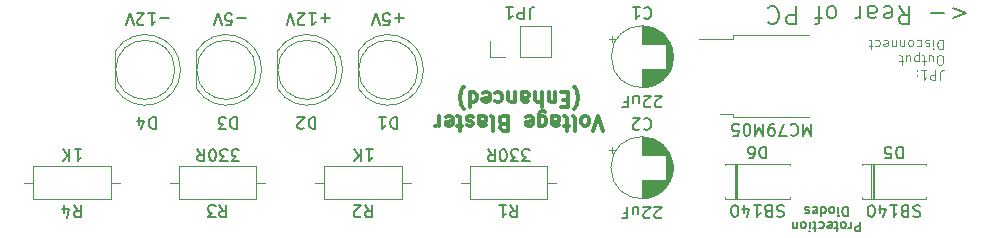
<source format=gbr>
%TF.GenerationSoftware,KiCad,Pcbnew,7.0.7*%
%TF.CreationDate,2023-10-30T05:19:45-05:00*%
%TF.ProjectId,Voltage Blaster,566f6c74-6167-4652-9042-6c6173746572,rev?*%
%TF.SameCoordinates,Original*%
%TF.FileFunction,Legend,Top*%
%TF.FilePolarity,Positive*%
%FSLAX46Y46*%
G04 Gerber Fmt 4.6, Leading zero omitted, Abs format (unit mm)*
G04 Created by KiCad (PCBNEW 7.0.7) date 2023-10-30 05:19:45*
%MOMM*%
%LPD*%
G01*
G04 APERTURE LIST*
%ADD10C,0.200000*%
%ADD11C,0.100000*%
%ADD12C,0.300000*%
%ADD13C,0.150000*%
%ADD14C,0.120000*%
G04 APERTURE END LIST*
D10*
X198012422Y-93268971D02*
X199155279Y-92840400D01*
X199155279Y-92840400D02*
X198012422Y-92411828D01*
X197298136Y-92840400D02*
X196155279Y-92840400D01*
X193440993Y-92268971D02*
X193940993Y-92983257D01*
X194298136Y-92268971D02*
X194298136Y-93768971D01*
X194298136Y-93768971D02*
X193726707Y-93768971D01*
X193726707Y-93768971D02*
X193583850Y-93697542D01*
X193583850Y-93697542D02*
X193512421Y-93626114D01*
X193512421Y-93626114D02*
X193440993Y-93483257D01*
X193440993Y-93483257D02*
X193440993Y-93268971D01*
X193440993Y-93268971D02*
X193512421Y-93126114D01*
X193512421Y-93126114D02*
X193583850Y-93054685D01*
X193583850Y-93054685D02*
X193726707Y-92983257D01*
X193726707Y-92983257D02*
X194298136Y-92983257D01*
X192226707Y-92340400D02*
X192369564Y-92268971D01*
X192369564Y-92268971D02*
X192655279Y-92268971D01*
X192655279Y-92268971D02*
X192798136Y-92340400D01*
X192798136Y-92340400D02*
X192869564Y-92483257D01*
X192869564Y-92483257D02*
X192869564Y-93054685D01*
X192869564Y-93054685D02*
X192798136Y-93197542D01*
X192798136Y-93197542D02*
X192655279Y-93268971D01*
X192655279Y-93268971D02*
X192369564Y-93268971D01*
X192369564Y-93268971D02*
X192226707Y-93197542D01*
X192226707Y-93197542D02*
X192155279Y-93054685D01*
X192155279Y-93054685D02*
X192155279Y-92911828D01*
X192155279Y-92911828D02*
X192869564Y-92768971D01*
X190869565Y-92268971D02*
X190869565Y-93054685D01*
X190869565Y-93054685D02*
X190940993Y-93197542D01*
X190940993Y-93197542D02*
X191083850Y-93268971D01*
X191083850Y-93268971D02*
X191369565Y-93268971D01*
X191369565Y-93268971D02*
X191512422Y-93197542D01*
X190869565Y-92340400D02*
X191012422Y-92268971D01*
X191012422Y-92268971D02*
X191369565Y-92268971D01*
X191369565Y-92268971D02*
X191512422Y-92340400D01*
X191512422Y-92340400D02*
X191583850Y-92483257D01*
X191583850Y-92483257D02*
X191583850Y-92626114D01*
X191583850Y-92626114D02*
X191512422Y-92768971D01*
X191512422Y-92768971D02*
X191369565Y-92840400D01*
X191369565Y-92840400D02*
X191012422Y-92840400D01*
X191012422Y-92840400D02*
X190869565Y-92911828D01*
X190155279Y-92268971D02*
X190155279Y-93268971D01*
X190155279Y-92983257D02*
X190083850Y-93126114D01*
X190083850Y-93126114D02*
X190012422Y-93197542D01*
X190012422Y-93197542D02*
X189869564Y-93268971D01*
X189869564Y-93268971D02*
X189726707Y-93268971D01*
X187869565Y-92268971D02*
X188012422Y-92340400D01*
X188012422Y-92340400D02*
X188083851Y-92411828D01*
X188083851Y-92411828D02*
X188155279Y-92554685D01*
X188155279Y-92554685D02*
X188155279Y-92983257D01*
X188155279Y-92983257D02*
X188083851Y-93126114D01*
X188083851Y-93126114D02*
X188012422Y-93197542D01*
X188012422Y-93197542D02*
X187869565Y-93268971D01*
X187869565Y-93268971D02*
X187655279Y-93268971D01*
X187655279Y-93268971D02*
X187512422Y-93197542D01*
X187512422Y-93197542D02*
X187440994Y-93126114D01*
X187440994Y-93126114D02*
X187369565Y-92983257D01*
X187369565Y-92983257D02*
X187369565Y-92554685D01*
X187369565Y-92554685D02*
X187440994Y-92411828D01*
X187440994Y-92411828D02*
X187512422Y-92340400D01*
X187512422Y-92340400D02*
X187655279Y-92268971D01*
X187655279Y-92268971D02*
X187869565Y-92268971D01*
X186940993Y-93268971D02*
X186369565Y-93268971D01*
X186726708Y-92268971D02*
X186726708Y-93554685D01*
X186726708Y-93554685D02*
X186655279Y-93697542D01*
X186655279Y-93697542D02*
X186512422Y-93768971D01*
X186512422Y-93768971D02*
X186369565Y-93768971D01*
X184726708Y-92268971D02*
X184726708Y-93768971D01*
X184726708Y-93768971D02*
X184155279Y-93768971D01*
X184155279Y-93768971D02*
X184012422Y-93697542D01*
X184012422Y-93697542D02*
X183940993Y-93626114D01*
X183940993Y-93626114D02*
X183869565Y-93483257D01*
X183869565Y-93483257D02*
X183869565Y-93268971D01*
X183869565Y-93268971D02*
X183940993Y-93126114D01*
X183940993Y-93126114D02*
X184012422Y-93054685D01*
X184012422Y-93054685D02*
X184155279Y-92983257D01*
X184155279Y-92983257D02*
X184726708Y-92983257D01*
X182369565Y-92411828D02*
X182440993Y-92340400D01*
X182440993Y-92340400D02*
X182655279Y-92268971D01*
X182655279Y-92268971D02*
X182798136Y-92268971D01*
X182798136Y-92268971D02*
X183012422Y-92340400D01*
X183012422Y-92340400D02*
X183155279Y-92483257D01*
X183155279Y-92483257D02*
X183226708Y-92626114D01*
X183226708Y-92626114D02*
X183298136Y-92911828D01*
X183298136Y-92911828D02*
X183298136Y-93126114D01*
X183298136Y-93126114D02*
X183226708Y-93411828D01*
X183226708Y-93411828D02*
X183155279Y-93554685D01*
X183155279Y-93554685D02*
X183012422Y-93697542D01*
X183012422Y-93697542D02*
X182798136Y-93768971D01*
X182798136Y-93768971D02*
X182655279Y-93768971D01*
X182655279Y-93768971D02*
X182440993Y-93697542D01*
X182440993Y-93697542D02*
X182369565Y-93626114D01*
D11*
X196923963Y-98475104D02*
X196923963Y-97903676D01*
X196923963Y-97903676D02*
X196962058Y-97789390D01*
X196962058Y-97789390D02*
X197038249Y-97713200D01*
X197038249Y-97713200D02*
X197152534Y-97675104D01*
X197152534Y-97675104D02*
X197228725Y-97675104D01*
X196543010Y-97675104D02*
X196543010Y-98475104D01*
X196543010Y-98475104D02*
X196238248Y-98475104D01*
X196238248Y-98475104D02*
X196162058Y-98437009D01*
X196162058Y-98437009D02*
X196123963Y-98398914D01*
X196123963Y-98398914D02*
X196085867Y-98322723D01*
X196085867Y-98322723D02*
X196085867Y-98208438D01*
X196085867Y-98208438D02*
X196123963Y-98132247D01*
X196123963Y-98132247D02*
X196162058Y-98094152D01*
X196162058Y-98094152D02*
X196238248Y-98056057D01*
X196238248Y-98056057D02*
X196543010Y-98056057D01*
X195323963Y-97675104D02*
X195781106Y-97675104D01*
X195552534Y-97675104D02*
X195552534Y-98475104D01*
X195552534Y-98475104D02*
X195628725Y-98360819D01*
X195628725Y-98360819D02*
X195704915Y-98284628D01*
X195704915Y-98284628D02*
X195781106Y-98246533D01*
X194981105Y-97751295D02*
X194943010Y-97713200D01*
X194943010Y-97713200D02*
X194981105Y-97675104D01*
X194981105Y-97675104D02*
X195019201Y-97713200D01*
X195019201Y-97713200D02*
X194981105Y-97751295D01*
X194981105Y-97751295D02*
X194981105Y-97675104D01*
X194981105Y-98170342D02*
X194943010Y-98132247D01*
X194943010Y-98132247D02*
X194981105Y-98094152D01*
X194981105Y-98094152D02*
X195019201Y-98132247D01*
X195019201Y-98132247D02*
X194981105Y-98170342D01*
X194981105Y-98170342D02*
X194981105Y-98094152D01*
X197000153Y-97187104D02*
X196847772Y-97187104D01*
X196847772Y-97187104D02*
X196771582Y-97149009D01*
X196771582Y-97149009D02*
X196695391Y-97072819D01*
X196695391Y-97072819D02*
X196657296Y-96920438D01*
X196657296Y-96920438D02*
X196657296Y-96653771D01*
X196657296Y-96653771D02*
X196695391Y-96501390D01*
X196695391Y-96501390D02*
X196771582Y-96425200D01*
X196771582Y-96425200D02*
X196847772Y-96387104D01*
X196847772Y-96387104D02*
X197000153Y-96387104D01*
X197000153Y-96387104D02*
X197076344Y-96425200D01*
X197076344Y-96425200D02*
X197152534Y-96501390D01*
X197152534Y-96501390D02*
X197190630Y-96653771D01*
X197190630Y-96653771D02*
X197190630Y-96920438D01*
X197190630Y-96920438D02*
X197152534Y-97072819D01*
X197152534Y-97072819D02*
X197076344Y-97149009D01*
X197076344Y-97149009D02*
X197000153Y-97187104D01*
X195971582Y-96920438D02*
X195971582Y-96387104D01*
X196314439Y-96920438D02*
X196314439Y-96501390D01*
X196314439Y-96501390D02*
X196276344Y-96425200D01*
X196276344Y-96425200D02*
X196200154Y-96387104D01*
X196200154Y-96387104D02*
X196085868Y-96387104D01*
X196085868Y-96387104D02*
X196009677Y-96425200D01*
X196009677Y-96425200D02*
X195971582Y-96463295D01*
X195704915Y-96920438D02*
X195400153Y-96920438D01*
X195590629Y-97187104D02*
X195590629Y-96501390D01*
X195590629Y-96501390D02*
X195552534Y-96425200D01*
X195552534Y-96425200D02*
X195476344Y-96387104D01*
X195476344Y-96387104D02*
X195400153Y-96387104D01*
X195133486Y-96920438D02*
X195133486Y-96120438D01*
X195133486Y-96882342D02*
X195057296Y-96920438D01*
X195057296Y-96920438D02*
X194904915Y-96920438D01*
X194904915Y-96920438D02*
X194828724Y-96882342D01*
X194828724Y-96882342D02*
X194790629Y-96844247D01*
X194790629Y-96844247D02*
X194752534Y-96768057D01*
X194752534Y-96768057D02*
X194752534Y-96539485D01*
X194752534Y-96539485D02*
X194790629Y-96463295D01*
X194790629Y-96463295D02*
X194828724Y-96425200D01*
X194828724Y-96425200D02*
X194904915Y-96387104D01*
X194904915Y-96387104D02*
X195057296Y-96387104D01*
X195057296Y-96387104D02*
X195133486Y-96425200D01*
X194066819Y-96920438D02*
X194066819Y-96387104D01*
X194409676Y-96920438D02*
X194409676Y-96501390D01*
X194409676Y-96501390D02*
X194371581Y-96425200D01*
X194371581Y-96425200D02*
X194295391Y-96387104D01*
X194295391Y-96387104D02*
X194181105Y-96387104D01*
X194181105Y-96387104D02*
X194104914Y-96425200D01*
X194104914Y-96425200D02*
X194066819Y-96463295D01*
X193800152Y-96920438D02*
X193495390Y-96920438D01*
X193685866Y-97187104D02*
X193685866Y-96501390D01*
X193685866Y-96501390D02*
X193647771Y-96425200D01*
X193647771Y-96425200D02*
X193571581Y-96387104D01*
X193571581Y-96387104D02*
X193495390Y-96387104D01*
X197152534Y-95099104D02*
X197152534Y-95899104D01*
X197152534Y-95899104D02*
X196962058Y-95899104D01*
X196962058Y-95899104D02*
X196847772Y-95861009D01*
X196847772Y-95861009D02*
X196771582Y-95784819D01*
X196771582Y-95784819D02*
X196733487Y-95708628D01*
X196733487Y-95708628D02*
X196695391Y-95556247D01*
X196695391Y-95556247D02*
X196695391Y-95441961D01*
X196695391Y-95441961D02*
X196733487Y-95289580D01*
X196733487Y-95289580D02*
X196771582Y-95213390D01*
X196771582Y-95213390D02*
X196847772Y-95137200D01*
X196847772Y-95137200D02*
X196962058Y-95099104D01*
X196962058Y-95099104D02*
X197152534Y-95099104D01*
X196352534Y-95099104D02*
X196352534Y-95632438D01*
X196352534Y-95899104D02*
X196390630Y-95861009D01*
X196390630Y-95861009D02*
X196352534Y-95822914D01*
X196352534Y-95822914D02*
X196314439Y-95861009D01*
X196314439Y-95861009D02*
X196352534Y-95899104D01*
X196352534Y-95899104D02*
X196352534Y-95822914D01*
X196009678Y-95137200D02*
X195933487Y-95099104D01*
X195933487Y-95099104D02*
X195781106Y-95099104D01*
X195781106Y-95099104D02*
X195704916Y-95137200D01*
X195704916Y-95137200D02*
X195666820Y-95213390D01*
X195666820Y-95213390D02*
X195666820Y-95251485D01*
X195666820Y-95251485D02*
X195704916Y-95327676D01*
X195704916Y-95327676D02*
X195781106Y-95365771D01*
X195781106Y-95365771D02*
X195895392Y-95365771D01*
X195895392Y-95365771D02*
X195971582Y-95403866D01*
X195971582Y-95403866D02*
X196009678Y-95480057D01*
X196009678Y-95480057D02*
X196009678Y-95518152D01*
X196009678Y-95518152D02*
X195971582Y-95594342D01*
X195971582Y-95594342D02*
X195895392Y-95632438D01*
X195895392Y-95632438D02*
X195781106Y-95632438D01*
X195781106Y-95632438D02*
X195704916Y-95594342D01*
X194981106Y-95137200D02*
X195057297Y-95099104D01*
X195057297Y-95099104D02*
X195209678Y-95099104D01*
X195209678Y-95099104D02*
X195285868Y-95137200D01*
X195285868Y-95137200D02*
X195323963Y-95175295D01*
X195323963Y-95175295D02*
X195362059Y-95251485D01*
X195362059Y-95251485D02*
X195362059Y-95480057D01*
X195362059Y-95480057D02*
X195323963Y-95556247D01*
X195323963Y-95556247D02*
X195285868Y-95594342D01*
X195285868Y-95594342D02*
X195209678Y-95632438D01*
X195209678Y-95632438D02*
X195057297Y-95632438D01*
X195057297Y-95632438D02*
X194981106Y-95594342D01*
X194523964Y-95099104D02*
X194600154Y-95137200D01*
X194600154Y-95137200D02*
X194638249Y-95175295D01*
X194638249Y-95175295D02*
X194676345Y-95251485D01*
X194676345Y-95251485D02*
X194676345Y-95480057D01*
X194676345Y-95480057D02*
X194638249Y-95556247D01*
X194638249Y-95556247D02*
X194600154Y-95594342D01*
X194600154Y-95594342D02*
X194523964Y-95632438D01*
X194523964Y-95632438D02*
X194409678Y-95632438D01*
X194409678Y-95632438D02*
X194333487Y-95594342D01*
X194333487Y-95594342D02*
X194295392Y-95556247D01*
X194295392Y-95556247D02*
X194257297Y-95480057D01*
X194257297Y-95480057D02*
X194257297Y-95251485D01*
X194257297Y-95251485D02*
X194295392Y-95175295D01*
X194295392Y-95175295D02*
X194333487Y-95137200D01*
X194333487Y-95137200D02*
X194409678Y-95099104D01*
X194409678Y-95099104D02*
X194523964Y-95099104D01*
X193914439Y-95632438D02*
X193914439Y-95099104D01*
X193914439Y-95556247D02*
X193876344Y-95594342D01*
X193876344Y-95594342D02*
X193800154Y-95632438D01*
X193800154Y-95632438D02*
X193685868Y-95632438D01*
X193685868Y-95632438D02*
X193609677Y-95594342D01*
X193609677Y-95594342D02*
X193571582Y-95518152D01*
X193571582Y-95518152D02*
X193571582Y-95099104D01*
X193190629Y-95632438D02*
X193190629Y-95099104D01*
X193190629Y-95556247D02*
X193152534Y-95594342D01*
X193152534Y-95594342D02*
X193076344Y-95632438D01*
X193076344Y-95632438D02*
X192962058Y-95632438D01*
X192962058Y-95632438D02*
X192885867Y-95594342D01*
X192885867Y-95594342D02*
X192847772Y-95518152D01*
X192847772Y-95518152D02*
X192847772Y-95099104D01*
X192162057Y-95137200D02*
X192238248Y-95099104D01*
X192238248Y-95099104D02*
X192390629Y-95099104D01*
X192390629Y-95099104D02*
X192466819Y-95137200D01*
X192466819Y-95137200D02*
X192504915Y-95213390D01*
X192504915Y-95213390D02*
X192504915Y-95518152D01*
X192504915Y-95518152D02*
X192466819Y-95594342D01*
X192466819Y-95594342D02*
X192390629Y-95632438D01*
X192390629Y-95632438D02*
X192238248Y-95632438D01*
X192238248Y-95632438D02*
X192162057Y-95594342D01*
X192162057Y-95594342D02*
X192123962Y-95518152D01*
X192123962Y-95518152D02*
X192123962Y-95441961D01*
X192123962Y-95441961D02*
X192504915Y-95365771D01*
X191438248Y-95137200D02*
X191514439Y-95099104D01*
X191514439Y-95099104D02*
X191666820Y-95099104D01*
X191666820Y-95099104D02*
X191743010Y-95137200D01*
X191743010Y-95137200D02*
X191781105Y-95175295D01*
X191781105Y-95175295D02*
X191819201Y-95251485D01*
X191819201Y-95251485D02*
X191819201Y-95480057D01*
X191819201Y-95480057D02*
X191781105Y-95556247D01*
X191781105Y-95556247D02*
X191743010Y-95594342D01*
X191743010Y-95594342D02*
X191666820Y-95632438D01*
X191666820Y-95632438D02*
X191514439Y-95632438D01*
X191514439Y-95632438D02*
X191438248Y-95594342D01*
X191209677Y-95632438D02*
X190904915Y-95632438D01*
X191095391Y-95899104D02*
X191095391Y-95213390D01*
X191095391Y-95213390D02*
X191057296Y-95137200D01*
X191057296Y-95137200D02*
X190981106Y-95099104D01*
X190981106Y-95099104D02*
X190904915Y-95099104D01*
D12*
X168403095Y-102795876D02*
X167986428Y-101545876D01*
X167986428Y-101545876D02*
X167569762Y-102795876D01*
X166974523Y-101545876D02*
X167093571Y-101605400D01*
X167093571Y-101605400D02*
X167153094Y-101664923D01*
X167153094Y-101664923D02*
X167212618Y-101783971D01*
X167212618Y-101783971D02*
X167212618Y-102141114D01*
X167212618Y-102141114D02*
X167153094Y-102260161D01*
X167153094Y-102260161D02*
X167093571Y-102319685D01*
X167093571Y-102319685D02*
X166974523Y-102379209D01*
X166974523Y-102379209D02*
X166795952Y-102379209D01*
X166795952Y-102379209D02*
X166676904Y-102319685D01*
X166676904Y-102319685D02*
X166617380Y-102260161D01*
X166617380Y-102260161D02*
X166557856Y-102141114D01*
X166557856Y-102141114D02*
X166557856Y-101783971D01*
X166557856Y-101783971D02*
X166617380Y-101664923D01*
X166617380Y-101664923D02*
X166676904Y-101605400D01*
X166676904Y-101605400D02*
X166795952Y-101545876D01*
X166795952Y-101545876D02*
X166974523Y-101545876D01*
X165843571Y-101545876D02*
X165962619Y-101605400D01*
X165962619Y-101605400D02*
X166022142Y-101724447D01*
X166022142Y-101724447D02*
X166022142Y-102795876D01*
X165545952Y-102379209D02*
X165069761Y-102379209D01*
X165367380Y-102795876D02*
X165367380Y-101724447D01*
X165367380Y-101724447D02*
X165307857Y-101605400D01*
X165307857Y-101605400D02*
X165188809Y-101545876D01*
X165188809Y-101545876D02*
X165069761Y-101545876D01*
X164117380Y-101545876D02*
X164117380Y-102200638D01*
X164117380Y-102200638D02*
X164176904Y-102319685D01*
X164176904Y-102319685D02*
X164295952Y-102379209D01*
X164295952Y-102379209D02*
X164534047Y-102379209D01*
X164534047Y-102379209D02*
X164653094Y-102319685D01*
X164117380Y-101605400D02*
X164236428Y-101545876D01*
X164236428Y-101545876D02*
X164534047Y-101545876D01*
X164534047Y-101545876D02*
X164653094Y-101605400D01*
X164653094Y-101605400D02*
X164712618Y-101724447D01*
X164712618Y-101724447D02*
X164712618Y-101843495D01*
X164712618Y-101843495D02*
X164653094Y-101962542D01*
X164653094Y-101962542D02*
X164534047Y-102022066D01*
X164534047Y-102022066D02*
X164236428Y-102022066D01*
X164236428Y-102022066D02*
X164117380Y-102081590D01*
X162986428Y-102379209D02*
X162986428Y-101367304D01*
X162986428Y-101367304D02*
X163045952Y-101248257D01*
X163045952Y-101248257D02*
X163105476Y-101188733D01*
X163105476Y-101188733D02*
X163224523Y-101129209D01*
X163224523Y-101129209D02*
X163403095Y-101129209D01*
X163403095Y-101129209D02*
X163522142Y-101188733D01*
X162986428Y-101605400D02*
X163105476Y-101545876D01*
X163105476Y-101545876D02*
X163343571Y-101545876D01*
X163343571Y-101545876D02*
X163462619Y-101605400D01*
X163462619Y-101605400D02*
X163522142Y-101664923D01*
X163522142Y-101664923D02*
X163581666Y-101783971D01*
X163581666Y-101783971D02*
X163581666Y-102141114D01*
X163581666Y-102141114D02*
X163522142Y-102260161D01*
X163522142Y-102260161D02*
X163462619Y-102319685D01*
X163462619Y-102319685D02*
X163343571Y-102379209D01*
X163343571Y-102379209D02*
X163105476Y-102379209D01*
X163105476Y-102379209D02*
X162986428Y-102319685D01*
X161915000Y-101605400D02*
X162034048Y-101545876D01*
X162034048Y-101545876D02*
X162272143Y-101545876D01*
X162272143Y-101545876D02*
X162391190Y-101605400D01*
X162391190Y-101605400D02*
X162450714Y-101724447D01*
X162450714Y-101724447D02*
X162450714Y-102200638D01*
X162450714Y-102200638D02*
X162391190Y-102319685D01*
X162391190Y-102319685D02*
X162272143Y-102379209D01*
X162272143Y-102379209D02*
X162034048Y-102379209D01*
X162034048Y-102379209D02*
X161915000Y-102319685D01*
X161915000Y-102319685D02*
X161855476Y-102200638D01*
X161855476Y-102200638D02*
X161855476Y-102081590D01*
X161855476Y-102081590D02*
X162450714Y-101962542D01*
X159950714Y-102200638D02*
X159772142Y-102141114D01*
X159772142Y-102141114D02*
X159712619Y-102081590D01*
X159712619Y-102081590D02*
X159653095Y-101962542D01*
X159653095Y-101962542D02*
X159653095Y-101783971D01*
X159653095Y-101783971D02*
X159712619Y-101664923D01*
X159712619Y-101664923D02*
X159772142Y-101605400D01*
X159772142Y-101605400D02*
X159891190Y-101545876D01*
X159891190Y-101545876D02*
X160367380Y-101545876D01*
X160367380Y-101545876D02*
X160367380Y-102795876D01*
X160367380Y-102795876D02*
X159950714Y-102795876D01*
X159950714Y-102795876D02*
X159831666Y-102736352D01*
X159831666Y-102736352D02*
X159772142Y-102676828D01*
X159772142Y-102676828D02*
X159712619Y-102557780D01*
X159712619Y-102557780D02*
X159712619Y-102438733D01*
X159712619Y-102438733D02*
X159772142Y-102319685D01*
X159772142Y-102319685D02*
X159831666Y-102260161D01*
X159831666Y-102260161D02*
X159950714Y-102200638D01*
X159950714Y-102200638D02*
X160367380Y-102200638D01*
X158938809Y-101545876D02*
X159057857Y-101605400D01*
X159057857Y-101605400D02*
X159117380Y-101724447D01*
X159117380Y-101724447D02*
X159117380Y-102795876D01*
X157926904Y-101545876D02*
X157926904Y-102200638D01*
X157926904Y-102200638D02*
X157986428Y-102319685D01*
X157986428Y-102319685D02*
X158105476Y-102379209D01*
X158105476Y-102379209D02*
X158343571Y-102379209D01*
X158343571Y-102379209D02*
X158462618Y-102319685D01*
X157926904Y-101605400D02*
X158045952Y-101545876D01*
X158045952Y-101545876D02*
X158343571Y-101545876D01*
X158343571Y-101545876D02*
X158462618Y-101605400D01*
X158462618Y-101605400D02*
X158522142Y-101724447D01*
X158522142Y-101724447D02*
X158522142Y-101843495D01*
X158522142Y-101843495D02*
X158462618Y-101962542D01*
X158462618Y-101962542D02*
X158343571Y-102022066D01*
X158343571Y-102022066D02*
X158045952Y-102022066D01*
X158045952Y-102022066D02*
X157926904Y-102081590D01*
X157391190Y-101605400D02*
X157272143Y-101545876D01*
X157272143Y-101545876D02*
X157034047Y-101545876D01*
X157034047Y-101545876D02*
X156915000Y-101605400D01*
X156915000Y-101605400D02*
X156855476Y-101724447D01*
X156855476Y-101724447D02*
X156855476Y-101783971D01*
X156855476Y-101783971D02*
X156915000Y-101903019D01*
X156915000Y-101903019D02*
X157034047Y-101962542D01*
X157034047Y-101962542D02*
X157212619Y-101962542D01*
X157212619Y-101962542D02*
X157331666Y-102022066D01*
X157331666Y-102022066D02*
X157391190Y-102141114D01*
X157391190Y-102141114D02*
X157391190Y-102200638D01*
X157391190Y-102200638D02*
X157331666Y-102319685D01*
X157331666Y-102319685D02*
X157212619Y-102379209D01*
X157212619Y-102379209D02*
X157034047Y-102379209D01*
X157034047Y-102379209D02*
X156915000Y-102319685D01*
X156498333Y-102379209D02*
X156022142Y-102379209D01*
X156319761Y-102795876D02*
X156319761Y-101724447D01*
X156319761Y-101724447D02*
X156260238Y-101605400D01*
X156260238Y-101605400D02*
X156141190Y-101545876D01*
X156141190Y-101545876D02*
X156022142Y-101545876D01*
X155129285Y-101605400D02*
X155248333Y-101545876D01*
X155248333Y-101545876D02*
X155486428Y-101545876D01*
X155486428Y-101545876D02*
X155605475Y-101605400D01*
X155605475Y-101605400D02*
X155664999Y-101724447D01*
X155664999Y-101724447D02*
X155664999Y-102200638D01*
X155664999Y-102200638D02*
X155605475Y-102319685D01*
X155605475Y-102319685D02*
X155486428Y-102379209D01*
X155486428Y-102379209D02*
X155248333Y-102379209D01*
X155248333Y-102379209D02*
X155129285Y-102319685D01*
X155129285Y-102319685D02*
X155069761Y-102200638D01*
X155069761Y-102200638D02*
X155069761Y-102081590D01*
X155069761Y-102081590D02*
X155664999Y-101962542D01*
X154534046Y-101545876D02*
X154534046Y-102379209D01*
X154534046Y-102141114D02*
X154474523Y-102260161D01*
X154474523Y-102260161D02*
X154414999Y-102319685D01*
X154414999Y-102319685D02*
X154295951Y-102379209D01*
X154295951Y-102379209D02*
X154176904Y-102379209D01*
X165932856Y-99057185D02*
X165992379Y-99116709D01*
X165992379Y-99116709D02*
X166111427Y-99295280D01*
X166111427Y-99295280D02*
X166170951Y-99414328D01*
X166170951Y-99414328D02*
X166230475Y-99592900D01*
X166230475Y-99592900D02*
X166289998Y-99890519D01*
X166289998Y-99890519D02*
X166289998Y-100128614D01*
X166289998Y-100128614D02*
X166230475Y-100426233D01*
X166230475Y-100426233D02*
X166170951Y-100604804D01*
X166170951Y-100604804D02*
X166111427Y-100723852D01*
X166111427Y-100723852D02*
X165992379Y-100902423D01*
X165992379Y-100902423D02*
X165932856Y-100961947D01*
X165456665Y-100188138D02*
X165039999Y-100188138D01*
X164861427Y-99533376D02*
X165456665Y-99533376D01*
X165456665Y-99533376D02*
X165456665Y-100783376D01*
X165456665Y-100783376D02*
X164861427Y-100783376D01*
X164325713Y-100366709D02*
X164325713Y-99533376D01*
X164325713Y-100247661D02*
X164266190Y-100307185D01*
X164266190Y-100307185D02*
X164147142Y-100366709D01*
X164147142Y-100366709D02*
X163968571Y-100366709D01*
X163968571Y-100366709D02*
X163849523Y-100307185D01*
X163849523Y-100307185D02*
X163789999Y-100188138D01*
X163789999Y-100188138D02*
X163789999Y-99533376D01*
X163194761Y-99533376D02*
X163194761Y-100783376D01*
X162659047Y-99533376D02*
X162659047Y-100188138D01*
X162659047Y-100188138D02*
X162718571Y-100307185D01*
X162718571Y-100307185D02*
X162837619Y-100366709D01*
X162837619Y-100366709D02*
X163016190Y-100366709D01*
X163016190Y-100366709D02*
X163135238Y-100307185D01*
X163135238Y-100307185D02*
X163194761Y-100247661D01*
X161528095Y-99533376D02*
X161528095Y-100188138D01*
X161528095Y-100188138D02*
X161587619Y-100307185D01*
X161587619Y-100307185D02*
X161706667Y-100366709D01*
X161706667Y-100366709D02*
X161944762Y-100366709D01*
X161944762Y-100366709D02*
X162063809Y-100307185D01*
X161528095Y-99592900D02*
X161647143Y-99533376D01*
X161647143Y-99533376D02*
X161944762Y-99533376D01*
X161944762Y-99533376D02*
X162063809Y-99592900D01*
X162063809Y-99592900D02*
X162123333Y-99711947D01*
X162123333Y-99711947D02*
X162123333Y-99830995D01*
X162123333Y-99830995D02*
X162063809Y-99950042D01*
X162063809Y-99950042D02*
X161944762Y-100009566D01*
X161944762Y-100009566D02*
X161647143Y-100009566D01*
X161647143Y-100009566D02*
X161528095Y-100069090D01*
X160932857Y-100366709D02*
X160932857Y-99533376D01*
X160932857Y-100247661D02*
X160873334Y-100307185D01*
X160873334Y-100307185D02*
X160754286Y-100366709D01*
X160754286Y-100366709D02*
X160575715Y-100366709D01*
X160575715Y-100366709D02*
X160456667Y-100307185D01*
X160456667Y-100307185D02*
X160397143Y-100188138D01*
X160397143Y-100188138D02*
X160397143Y-99533376D01*
X159266191Y-99592900D02*
X159385239Y-99533376D01*
X159385239Y-99533376D02*
X159623334Y-99533376D01*
X159623334Y-99533376D02*
X159742382Y-99592900D01*
X159742382Y-99592900D02*
X159801905Y-99652423D01*
X159801905Y-99652423D02*
X159861429Y-99771471D01*
X159861429Y-99771471D02*
X159861429Y-100128614D01*
X159861429Y-100128614D02*
X159801905Y-100247661D01*
X159801905Y-100247661D02*
X159742382Y-100307185D01*
X159742382Y-100307185D02*
X159623334Y-100366709D01*
X159623334Y-100366709D02*
X159385239Y-100366709D01*
X159385239Y-100366709D02*
X159266191Y-100307185D01*
X158254286Y-99592900D02*
X158373334Y-99533376D01*
X158373334Y-99533376D02*
X158611429Y-99533376D01*
X158611429Y-99533376D02*
X158730476Y-99592900D01*
X158730476Y-99592900D02*
X158790000Y-99711947D01*
X158790000Y-99711947D02*
X158790000Y-100188138D01*
X158790000Y-100188138D02*
X158730476Y-100307185D01*
X158730476Y-100307185D02*
X158611429Y-100366709D01*
X158611429Y-100366709D02*
X158373334Y-100366709D01*
X158373334Y-100366709D02*
X158254286Y-100307185D01*
X158254286Y-100307185D02*
X158194762Y-100188138D01*
X158194762Y-100188138D02*
X158194762Y-100069090D01*
X158194762Y-100069090D02*
X158790000Y-99950042D01*
X157123333Y-99533376D02*
X157123333Y-100783376D01*
X157123333Y-99592900D02*
X157242381Y-99533376D01*
X157242381Y-99533376D02*
X157480476Y-99533376D01*
X157480476Y-99533376D02*
X157599524Y-99592900D01*
X157599524Y-99592900D02*
X157659047Y-99652423D01*
X157659047Y-99652423D02*
X157718571Y-99771471D01*
X157718571Y-99771471D02*
X157718571Y-100128614D01*
X157718571Y-100128614D02*
X157659047Y-100247661D01*
X157659047Y-100247661D02*
X157599524Y-100307185D01*
X157599524Y-100307185D02*
X157480476Y-100366709D01*
X157480476Y-100366709D02*
X157242381Y-100366709D01*
X157242381Y-100366709D02*
X157123333Y-100307185D01*
X156647143Y-99057185D02*
X156587619Y-99116709D01*
X156587619Y-99116709D02*
X156468572Y-99295280D01*
X156468572Y-99295280D02*
X156409048Y-99414328D01*
X156409048Y-99414328D02*
X156349524Y-99592900D01*
X156349524Y-99592900D02*
X156290000Y-99890519D01*
X156290000Y-99890519D02*
X156290000Y-100128614D01*
X156290000Y-100128614D02*
X156349524Y-100426233D01*
X156349524Y-100426233D02*
X156409048Y-100604804D01*
X156409048Y-100604804D02*
X156468572Y-100723852D01*
X156468572Y-100723852D02*
X156587619Y-100902423D01*
X156587619Y-100902423D02*
X156647143Y-100961947D01*
D13*
X190201190Y-110517704D02*
X190201190Y-111317704D01*
X190201190Y-111317704D02*
X189896428Y-111317704D01*
X189896428Y-111317704D02*
X189820238Y-111279609D01*
X189820238Y-111279609D02*
X189782143Y-111241514D01*
X189782143Y-111241514D02*
X189744047Y-111165323D01*
X189744047Y-111165323D02*
X189744047Y-111051038D01*
X189744047Y-111051038D02*
X189782143Y-110974847D01*
X189782143Y-110974847D02*
X189820238Y-110936752D01*
X189820238Y-110936752D02*
X189896428Y-110898657D01*
X189896428Y-110898657D02*
X190201190Y-110898657D01*
X189401190Y-110517704D02*
X189401190Y-111051038D01*
X189401190Y-110898657D02*
X189363095Y-110974847D01*
X189363095Y-110974847D02*
X189325000Y-111012942D01*
X189325000Y-111012942D02*
X189248809Y-111051038D01*
X189248809Y-111051038D02*
X189172619Y-111051038D01*
X188791667Y-110517704D02*
X188867857Y-110555800D01*
X188867857Y-110555800D02*
X188905952Y-110593895D01*
X188905952Y-110593895D02*
X188944048Y-110670085D01*
X188944048Y-110670085D02*
X188944048Y-110898657D01*
X188944048Y-110898657D02*
X188905952Y-110974847D01*
X188905952Y-110974847D02*
X188867857Y-111012942D01*
X188867857Y-111012942D02*
X188791667Y-111051038D01*
X188791667Y-111051038D02*
X188677381Y-111051038D01*
X188677381Y-111051038D02*
X188601190Y-111012942D01*
X188601190Y-111012942D02*
X188563095Y-110974847D01*
X188563095Y-110974847D02*
X188525000Y-110898657D01*
X188525000Y-110898657D02*
X188525000Y-110670085D01*
X188525000Y-110670085D02*
X188563095Y-110593895D01*
X188563095Y-110593895D02*
X188601190Y-110555800D01*
X188601190Y-110555800D02*
X188677381Y-110517704D01*
X188677381Y-110517704D02*
X188791667Y-110517704D01*
X188296428Y-111051038D02*
X187991666Y-111051038D01*
X188182142Y-111317704D02*
X188182142Y-110631990D01*
X188182142Y-110631990D02*
X188144047Y-110555800D01*
X188144047Y-110555800D02*
X188067857Y-110517704D01*
X188067857Y-110517704D02*
X187991666Y-110517704D01*
X187420237Y-110555800D02*
X187496428Y-110517704D01*
X187496428Y-110517704D02*
X187648809Y-110517704D01*
X187648809Y-110517704D02*
X187724999Y-110555800D01*
X187724999Y-110555800D02*
X187763095Y-110631990D01*
X187763095Y-110631990D02*
X187763095Y-110936752D01*
X187763095Y-110936752D02*
X187724999Y-111012942D01*
X187724999Y-111012942D02*
X187648809Y-111051038D01*
X187648809Y-111051038D02*
X187496428Y-111051038D01*
X187496428Y-111051038D02*
X187420237Y-111012942D01*
X187420237Y-111012942D02*
X187382142Y-110936752D01*
X187382142Y-110936752D02*
X187382142Y-110860561D01*
X187382142Y-110860561D02*
X187763095Y-110784371D01*
X186696428Y-110555800D02*
X186772619Y-110517704D01*
X186772619Y-110517704D02*
X186925000Y-110517704D01*
X186925000Y-110517704D02*
X187001190Y-110555800D01*
X187001190Y-110555800D02*
X187039285Y-110593895D01*
X187039285Y-110593895D02*
X187077381Y-110670085D01*
X187077381Y-110670085D02*
X187077381Y-110898657D01*
X187077381Y-110898657D02*
X187039285Y-110974847D01*
X187039285Y-110974847D02*
X187001190Y-111012942D01*
X187001190Y-111012942D02*
X186925000Y-111051038D01*
X186925000Y-111051038D02*
X186772619Y-111051038D01*
X186772619Y-111051038D02*
X186696428Y-111012942D01*
X186467857Y-111051038D02*
X186163095Y-111051038D01*
X186353571Y-111317704D02*
X186353571Y-110631990D01*
X186353571Y-110631990D02*
X186315476Y-110555800D01*
X186315476Y-110555800D02*
X186239286Y-110517704D01*
X186239286Y-110517704D02*
X186163095Y-110517704D01*
X185896428Y-110517704D02*
X185896428Y-111051038D01*
X185896428Y-111317704D02*
X185934524Y-111279609D01*
X185934524Y-111279609D02*
X185896428Y-111241514D01*
X185896428Y-111241514D02*
X185858333Y-111279609D01*
X185858333Y-111279609D02*
X185896428Y-111317704D01*
X185896428Y-111317704D02*
X185896428Y-111241514D01*
X185401191Y-110517704D02*
X185477381Y-110555800D01*
X185477381Y-110555800D02*
X185515476Y-110593895D01*
X185515476Y-110593895D02*
X185553572Y-110670085D01*
X185553572Y-110670085D02*
X185553572Y-110898657D01*
X185553572Y-110898657D02*
X185515476Y-110974847D01*
X185515476Y-110974847D02*
X185477381Y-111012942D01*
X185477381Y-111012942D02*
X185401191Y-111051038D01*
X185401191Y-111051038D02*
X185286905Y-111051038D01*
X185286905Y-111051038D02*
X185210714Y-111012942D01*
X185210714Y-111012942D02*
X185172619Y-110974847D01*
X185172619Y-110974847D02*
X185134524Y-110898657D01*
X185134524Y-110898657D02*
X185134524Y-110670085D01*
X185134524Y-110670085D02*
X185172619Y-110593895D01*
X185172619Y-110593895D02*
X185210714Y-110555800D01*
X185210714Y-110555800D02*
X185286905Y-110517704D01*
X185286905Y-110517704D02*
X185401191Y-110517704D01*
X184791666Y-111051038D02*
X184791666Y-110517704D01*
X184791666Y-110974847D02*
X184753571Y-111012942D01*
X184753571Y-111012942D02*
X184677381Y-111051038D01*
X184677381Y-111051038D02*
X184563095Y-111051038D01*
X184563095Y-111051038D02*
X184486904Y-111012942D01*
X184486904Y-111012942D02*
X184448809Y-110936752D01*
X184448809Y-110936752D02*
X184448809Y-110517704D01*
X189115475Y-109229704D02*
X189115475Y-110029704D01*
X189115475Y-110029704D02*
X188924999Y-110029704D01*
X188924999Y-110029704D02*
X188810713Y-109991609D01*
X188810713Y-109991609D02*
X188734523Y-109915419D01*
X188734523Y-109915419D02*
X188696428Y-109839228D01*
X188696428Y-109839228D02*
X188658332Y-109686847D01*
X188658332Y-109686847D02*
X188658332Y-109572561D01*
X188658332Y-109572561D02*
X188696428Y-109420180D01*
X188696428Y-109420180D02*
X188734523Y-109343990D01*
X188734523Y-109343990D02*
X188810713Y-109267800D01*
X188810713Y-109267800D02*
X188924999Y-109229704D01*
X188924999Y-109229704D02*
X189115475Y-109229704D01*
X188315475Y-109229704D02*
X188315475Y-109763038D01*
X188315475Y-110029704D02*
X188353571Y-109991609D01*
X188353571Y-109991609D02*
X188315475Y-109953514D01*
X188315475Y-109953514D02*
X188277380Y-109991609D01*
X188277380Y-109991609D02*
X188315475Y-110029704D01*
X188315475Y-110029704D02*
X188315475Y-109953514D01*
X187820238Y-109229704D02*
X187896428Y-109267800D01*
X187896428Y-109267800D02*
X187934523Y-109305895D01*
X187934523Y-109305895D02*
X187972619Y-109382085D01*
X187972619Y-109382085D02*
X187972619Y-109610657D01*
X187972619Y-109610657D02*
X187934523Y-109686847D01*
X187934523Y-109686847D02*
X187896428Y-109724942D01*
X187896428Y-109724942D02*
X187820238Y-109763038D01*
X187820238Y-109763038D02*
X187705952Y-109763038D01*
X187705952Y-109763038D02*
X187629761Y-109724942D01*
X187629761Y-109724942D02*
X187591666Y-109686847D01*
X187591666Y-109686847D02*
X187553571Y-109610657D01*
X187553571Y-109610657D02*
X187553571Y-109382085D01*
X187553571Y-109382085D02*
X187591666Y-109305895D01*
X187591666Y-109305895D02*
X187629761Y-109267800D01*
X187629761Y-109267800D02*
X187705952Y-109229704D01*
X187705952Y-109229704D02*
X187820238Y-109229704D01*
X186867856Y-109229704D02*
X186867856Y-110029704D01*
X186867856Y-109267800D02*
X186944047Y-109229704D01*
X186944047Y-109229704D02*
X187096428Y-109229704D01*
X187096428Y-109229704D02*
X187172618Y-109267800D01*
X187172618Y-109267800D02*
X187210713Y-109305895D01*
X187210713Y-109305895D02*
X187248809Y-109382085D01*
X187248809Y-109382085D02*
X187248809Y-109610657D01*
X187248809Y-109610657D02*
X187210713Y-109686847D01*
X187210713Y-109686847D02*
X187172618Y-109724942D01*
X187172618Y-109724942D02*
X187096428Y-109763038D01*
X187096428Y-109763038D02*
X186944047Y-109763038D01*
X186944047Y-109763038D02*
X186867856Y-109724942D01*
X186182141Y-109267800D02*
X186258332Y-109229704D01*
X186258332Y-109229704D02*
X186410713Y-109229704D01*
X186410713Y-109229704D02*
X186486903Y-109267800D01*
X186486903Y-109267800D02*
X186524999Y-109343990D01*
X186524999Y-109343990D02*
X186524999Y-109648752D01*
X186524999Y-109648752D02*
X186486903Y-109724942D01*
X186486903Y-109724942D02*
X186410713Y-109763038D01*
X186410713Y-109763038D02*
X186258332Y-109763038D01*
X186258332Y-109763038D02*
X186182141Y-109724942D01*
X186182141Y-109724942D02*
X186144046Y-109648752D01*
X186144046Y-109648752D02*
X186144046Y-109572561D01*
X186144046Y-109572561D02*
X186524999Y-109496371D01*
X185839285Y-109267800D02*
X185763094Y-109229704D01*
X185763094Y-109229704D02*
X185610713Y-109229704D01*
X185610713Y-109229704D02*
X185534523Y-109267800D01*
X185534523Y-109267800D02*
X185496427Y-109343990D01*
X185496427Y-109343990D02*
X185496427Y-109382085D01*
X185496427Y-109382085D02*
X185534523Y-109458276D01*
X185534523Y-109458276D02*
X185610713Y-109496371D01*
X185610713Y-109496371D02*
X185724999Y-109496371D01*
X185724999Y-109496371D02*
X185801189Y-109534466D01*
X185801189Y-109534466D02*
X185839285Y-109610657D01*
X185839285Y-109610657D02*
X185839285Y-109648752D01*
X185839285Y-109648752D02*
X185801189Y-109724942D01*
X185801189Y-109724942D02*
X185724999Y-109763038D01*
X185724999Y-109763038D02*
X185610713Y-109763038D01*
X185610713Y-109763038D02*
X185534523Y-109724942D01*
X150958694Y-101627780D02*
X150958694Y-102627780D01*
X150958694Y-102627780D02*
X150720599Y-102627780D01*
X150720599Y-102627780D02*
X150577742Y-102580161D01*
X150577742Y-102580161D02*
X150482504Y-102484923D01*
X150482504Y-102484923D02*
X150434885Y-102389685D01*
X150434885Y-102389685D02*
X150387266Y-102199209D01*
X150387266Y-102199209D02*
X150387266Y-102056352D01*
X150387266Y-102056352D02*
X150434885Y-101865876D01*
X150434885Y-101865876D02*
X150482504Y-101770638D01*
X150482504Y-101770638D02*
X150577742Y-101675400D01*
X150577742Y-101675400D02*
X150720599Y-101627780D01*
X150720599Y-101627780D02*
X150958694Y-101627780D01*
X149434885Y-101627780D02*
X150006313Y-101627780D01*
X149720599Y-101627780D02*
X149720599Y-102627780D01*
X149720599Y-102627780D02*
X149815837Y-102484923D01*
X149815837Y-102484923D02*
X149911075Y-102389685D01*
X149911075Y-102389685D02*
X150006313Y-102342066D01*
X151527313Y-93245733D02*
X150765409Y-93245733D01*
X151146361Y-92864780D02*
X151146361Y-93626685D01*
X149813028Y-93864780D02*
X150289218Y-93864780D01*
X150289218Y-93864780D02*
X150336837Y-93388590D01*
X150336837Y-93388590D02*
X150289218Y-93436209D01*
X150289218Y-93436209D02*
X150193980Y-93483828D01*
X150193980Y-93483828D02*
X149955885Y-93483828D01*
X149955885Y-93483828D02*
X149860647Y-93436209D01*
X149860647Y-93436209D02*
X149813028Y-93388590D01*
X149813028Y-93388590D02*
X149765409Y-93293352D01*
X149765409Y-93293352D02*
X149765409Y-93055257D01*
X149765409Y-93055257D02*
X149813028Y-92960019D01*
X149813028Y-92960019D02*
X149860647Y-92912400D01*
X149860647Y-92912400D02*
X149955885Y-92864780D01*
X149955885Y-92864780D02*
X150193980Y-92864780D01*
X150193980Y-92864780D02*
X150289218Y-92912400D01*
X150289218Y-92912400D02*
X150336837Y-92960019D01*
X149479694Y-93864780D02*
X149146361Y-92864780D01*
X149146361Y-92864780D02*
X148813028Y-93864780D01*
X160567666Y-109103180D02*
X160900999Y-109579371D01*
X161139094Y-109103180D02*
X161139094Y-110103180D01*
X161139094Y-110103180D02*
X160758142Y-110103180D01*
X160758142Y-110103180D02*
X160662904Y-110055561D01*
X160662904Y-110055561D02*
X160615285Y-110007942D01*
X160615285Y-110007942D02*
X160567666Y-109912704D01*
X160567666Y-109912704D02*
X160567666Y-109769847D01*
X160567666Y-109769847D02*
X160615285Y-109674609D01*
X160615285Y-109674609D02*
X160662904Y-109626990D01*
X160662904Y-109626990D02*
X160758142Y-109579371D01*
X160758142Y-109579371D02*
X161139094Y-109579371D01*
X159615285Y-109103180D02*
X160186713Y-109103180D01*
X159900999Y-109103180D02*
X159900999Y-110103180D01*
X159900999Y-110103180D02*
X159996237Y-109960323D01*
X159996237Y-109960323D02*
X160091475Y-109865085D01*
X160091475Y-109865085D02*
X160186713Y-109817466D01*
X162186713Y-105363180D02*
X161567666Y-105363180D01*
X161567666Y-105363180D02*
X161900999Y-104982228D01*
X161900999Y-104982228D02*
X161758142Y-104982228D01*
X161758142Y-104982228D02*
X161662904Y-104934609D01*
X161662904Y-104934609D02*
X161615285Y-104886990D01*
X161615285Y-104886990D02*
X161567666Y-104791752D01*
X161567666Y-104791752D02*
X161567666Y-104553657D01*
X161567666Y-104553657D02*
X161615285Y-104458419D01*
X161615285Y-104458419D02*
X161662904Y-104410800D01*
X161662904Y-104410800D02*
X161758142Y-104363180D01*
X161758142Y-104363180D02*
X162043856Y-104363180D01*
X162043856Y-104363180D02*
X162139094Y-104410800D01*
X162139094Y-104410800D02*
X162186713Y-104458419D01*
X161234332Y-105363180D02*
X160615285Y-105363180D01*
X160615285Y-105363180D02*
X160948618Y-104982228D01*
X160948618Y-104982228D02*
X160805761Y-104982228D01*
X160805761Y-104982228D02*
X160710523Y-104934609D01*
X160710523Y-104934609D02*
X160662904Y-104886990D01*
X160662904Y-104886990D02*
X160615285Y-104791752D01*
X160615285Y-104791752D02*
X160615285Y-104553657D01*
X160615285Y-104553657D02*
X160662904Y-104458419D01*
X160662904Y-104458419D02*
X160710523Y-104410800D01*
X160710523Y-104410800D02*
X160805761Y-104363180D01*
X160805761Y-104363180D02*
X161091475Y-104363180D01*
X161091475Y-104363180D02*
X161186713Y-104410800D01*
X161186713Y-104410800D02*
X161234332Y-104458419D01*
X159996237Y-105363180D02*
X159900999Y-105363180D01*
X159900999Y-105363180D02*
X159805761Y-105315561D01*
X159805761Y-105315561D02*
X159758142Y-105267942D01*
X159758142Y-105267942D02*
X159710523Y-105172704D01*
X159710523Y-105172704D02*
X159662904Y-104982228D01*
X159662904Y-104982228D02*
X159662904Y-104744133D01*
X159662904Y-104744133D02*
X159710523Y-104553657D01*
X159710523Y-104553657D02*
X159758142Y-104458419D01*
X159758142Y-104458419D02*
X159805761Y-104410800D01*
X159805761Y-104410800D02*
X159900999Y-104363180D01*
X159900999Y-104363180D02*
X159996237Y-104363180D01*
X159996237Y-104363180D02*
X160091475Y-104410800D01*
X160091475Y-104410800D02*
X160139094Y-104458419D01*
X160139094Y-104458419D02*
X160186713Y-104553657D01*
X160186713Y-104553657D02*
X160234332Y-104744133D01*
X160234332Y-104744133D02*
X160234332Y-104982228D01*
X160234332Y-104982228D02*
X160186713Y-105172704D01*
X160186713Y-105172704D02*
X160139094Y-105267942D01*
X160139094Y-105267942D02*
X160091475Y-105315561D01*
X160091475Y-105315561D02*
X159996237Y-105363180D01*
X158662904Y-104363180D02*
X158996237Y-104839371D01*
X159234332Y-104363180D02*
X159234332Y-105363180D01*
X159234332Y-105363180D02*
X158853380Y-105363180D01*
X158853380Y-105363180D02*
X158758142Y-105315561D01*
X158758142Y-105315561D02*
X158710523Y-105267942D01*
X158710523Y-105267942D02*
X158662904Y-105172704D01*
X158662904Y-105172704D02*
X158662904Y-105029847D01*
X158662904Y-105029847D02*
X158710523Y-104934609D01*
X158710523Y-104934609D02*
X158758142Y-104886990D01*
X158758142Y-104886990D02*
X158853380Y-104839371D01*
X158853380Y-104839371D02*
X159234332Y-104839371D01*
X186013523Y-102216180D02*
X186013523Y-103216180D01*
X186013523Y-103216180D02*
X185680190Y-102501895D01*
X185680190Y-102501895D02*
X185346857Y-103216180D01*
X185346857Y-103216180D02*
X185346857Y-102216180D01*
X184299238Y-102311419D02*
X184346857Y-102263800D01*
X184346857Y-102263800D02*
X184489714Y-102216180D01*
X184489714Y-102216180D02*
X184584952Y-102216180D01*
X184584952Y-102216180D02*
X184727809Y-102263800D01*
X184727809Y-102263800D02*
X184823047Y-102359038D01*
X184823047Y-102359038D02*
X184870666Y-102454276D01*
X184870666Y-102454276D02*
X184918285Y-102644752D01*
X184918285Y-102644752D02*
X184918285Y-102787609D01*
X184918285Y-102787609D02*
X184870666Y-102978085D01*
X184870666Y-102978085D02*
X184823047Y-103073323D01*
X184823047Y-103073323D02*
X184727809Y-103168561D01*
X184727809Y-103168561D02*
X184584952Y-103216180D01*
X184584952Y-103216180D02*
X184489714Y-103216180D01*
X184489714Y-103216180D02*
X184346857Y-103168561D01*
X184346857Y-103168561D02*
X184299238Y-103120942D01*
X183965904Y-103216180D02*
X183299238Y-103216180D01*
X183299238Y-103216180D02*
X183727809Y-102216180D01*
X182870666Y-102216180D02*
X182680190Y-102216180D01*
X182680190Y-102216180D02*
X182584952Y-102263800D01*
X182584952Y-102263800D02*
X182537333Y-102311419D01*
X182537333Y-102311419D02*
X182442095Y-102454276D01*
X182442095Y-102454276D02*
X182394476Y-102644752D01*
X182394476Y-102644752D02*
X182394476Y-103025704D01*
X182394476Y-103025704D02*
X182442095Y-103120942D01*
X182442095Y-103120942D02*
X182489714Y-103168561D01*
X182489714Y-103168561D02*
X182584952Y-103216180D01*
X182584952Y-103216180D02*
X182775428Y-103216180D01*
X182775428Y-103216180D02*
X182870666Y-103168561D01*
X182870666Y-103168561D02*
X182918285Y-103120942D01*
X182918285Y-103120942D02*
X182965904Y-103025704D01*
X182965904Y-103025704D02*
X182965904Y-102787609D01*
X182965904Y-102787609D02*
X182918285Y-102692371D01*
X182918285Y-102692371D02*
X182870666Y-102644752D01*
X182870666Y-102644752D02*
X182775428Y-102597133D01*
X182775428Y-102597133D02*
X182584952Y-102597133D01*
X182584952Y-102597133D02*
X182489714Y-102644752D01*
X182489714Y-102644752D02*
X182442095Y-102692371D01*
X182442095Y-102692371D02*
X182394476Y-102787609D01*
X181965904Y-102216180D02*
X181965904Y-103216180D01*
X181965904Y-103216180D02*
X181632571Y-102501895D01*
X181632571Y-102501895D02*
X181299238Y-103216180D01*
X181299238Y-103216180D02*
X181299238Y-102216180D01*
X180632571Y-103216180D02*
X180537333Y-103216180D01*
X180537333Y-103216180D02*
X180442095Y-103168561D01*
X180442095Y-103168561D02*
X180394476Y-103120942D01*
X180394476Y-103120942D02*
X180346857Y-103025704D01*
X180346857Y-103025704D02*
X180299238Y-102835228D01*
X180299238Y-102835228D02*
X180299238Y-102597133D01*
X180299238Y-102597133D02*
X180346857Y-102406657D01*
X180346857Y-102406657D02*
X180394476Y-102311419D01*
X180394476Y-102311419D02*
X180442095Y-102263800D01*
X180442095Y-102263800D02*
X180537333Y-102216180D01*
X180537333Y-102216180D02*
X180632571Y-102216180D01*
X180632571Y-102216180D02*
X180727809Y-102263800D01*
X180727809Y-102263800D02*
X180775428Y-102311419D01*
X180775428Y-102311419D02*
X180823047Y-102406657D01*
X180823047Y-102406657D02*
X180870666Y-102597133D01*
X180870666Y-102597133D02*
X180870666Y-102835228D01*
X180870666Y-102835228D02*
X180823047Y-103025704D01*
X180823047Y-103025704D02*
X180775428Y-103120942D01*
X180775428Y-103120942D02*
X180727809Y-103168561D01*
X180727809Y-103168561D02*
X180632571Y-103216180D01*
X179394476Y-103216180D02*
X179870666Y-103216180D01*
X179870666Y-103216180D02*
X179918285Y-102739990D01*
X179918285Y-102739990D02*
X179870666Y-102787609D01*
X179870666Y-102787609D02*
X179775428Y-102835228D01*
X179775428Y-102835228D02*
X179537333Y-102835228D01*
X179537333Y-102835228D02*
X179442095Y-102787609D01*
X179442095Y-102787609D02*
X179394476Y-102739990D01*
X179394476Y-102739990D02*
X179346857Y-102644752D01*
X179346857Y-102644752D02*
X179346857Y-102406657D01*
X179346857Y-102406657D02*
X179394476Y-102311419D01*
X179394476Y-102311419D02*
X179442095Y-102263800D01*
X179442095Y-102263800D02*
X179537333Y-102216180D01*
X179537333Y-102216180D02*
X179775428Y-102216180D01*
X179775428Y-102216180D02*
X179870666Y-102263800D01*
X179870666Y-102263800D02*
X179918285Y-102311419D01*
X123610666Y-109103180D02*
X123943999Y-109579371D01*
X124182094Y-109103180D02*
X124182094Y-110103180D01*
X124182094Y-110103180D02*
X123801142Y-110103180D01*
X123801142Y-110103180D02*
X123705904Y-110055561D01*
X123705904Y-110055561D02*
X123658285Y-110007942D01*
X123658285Y-110007942D02*
X123610666Y-109912704D01*
X123610666Y-109912704D02*
X123610666Y-109769847D01*
X123610666Y-109769847D02*
X123658285Y-109674609D01*
X123658285Y-109674609D02*
X123705904Y-109626990D01*
X123705904Y-109626990D02*
X123801142Y-109579371D01*
X123801142Y-109579371D02*
X124182094Y-109579371D01*
X122753523Y-109769847D02*
X122753523Y-109103180D01*
X122991618Y-110150800D02*
X123229713Y-109436514D01*
X123229713Y-109436514D02*
X122610666Y-109436514D01*
X123658285Y-104363180D02*
X124229713Y-104363180D01*
X123943999Y-104363180D02*
X123943999Y-105363180D01*
X123943999Y-105363180D02*
X124039237Y-105220323D01*
X124039237Y-105220323D02*
X124134475Y-105125085D01*
X124134475Y-105125085D02*
X124229713Y-105077466D01*
X123229713Y-104363180D02*
X123229713Y-105363180D01*
X122658285Y-104363180D02*
X123086856Y-104934609D01*
X122658285Y-105363180D02*
X123229713Y-104791752D01*
X135929666Y-109103180D02*
X136262999Y-109579371D01*
X136501094Y-109103180D02*
X136501094Y-110103180D01*
X136501094Y-110103180D02*
X136120142Y-110103180D01*
X136120142Y-110103180D02*
X136024904Y-110055561D01*
X136024904Y-110055561D02*
X135977285Y-110007942D01*
X135977285Y-110007942D02*
X135929666Y-109912704D01*
X135929666Y-109912704D02*
X135929666Y-109769847D01*
X135929666Y-109769847D02*
X135977285Y-109674609D01*
X135977285Y-109674609D02*
X136024904Y-109626990D01*
X136024904Y-109626990D02*
X136120142Y-109579371D01*
X136120142Y-109579371D02*
X136501094Y-109579371D01*
X135596332Y-110103180D02*
X134977285Y-110103180D01*
X134977285Y-110103180D02*
X135310618Y-109722228D01*
X135310618Y-109722228D02*
X135167761Y-109722228D01*
X135167761Y-109722228D02*
X135072523Y-109674609D01*
X135072523Y-109674609D02*
X135024904Y-109626990D01*
X135024904Y-109626990D02*
X134977285Y-109531752D01*
X134977285Y-109531752D02*
X134977285Y-109293657D01*
X134977285Y-109293657D02*
X135024904Y-109198419D01*
X135024904Y-109198419D02*
X135072523Y-109150800D01*
X135072523Y-109150800D02*
X135167761Y-109103180D01*
X135167761Y-109103180D02*
X135453475Y-109103180D01*
X135453475Y-109103180D02*
X135548713Y-109150800D01*
X135548713Y-109150800D02*
X135596332Y-109198419D01*
X137575713Y-105345180D02*
X136956666Y-105345180D01*
X136956666Y-105345180D02*
X137289999Y-104964228D01*
X137289999Y-104964228D02*
X137147142Y-104964228D01*
X137147142Y-104964228D02*
X137051904Y-104916609D01*
X137051904Y-104916609D02*
X137004285Y-104868990D01*
X137004285Y-104868990D02*
X136956666Y-104773752D01*
X136956666Y-104773752D02*
X136956666Y-104535657D01*
X136956666Y-104535657D02*
X137004285Y-104440419D01*
X137004285Y-104440419D02*
X137051904Y-104392800D01*
X137051904Y-104392800D02*
X137147142Y-104345180D01*
X137147142Y-104345180D02*
X137432856Y-104345180D01*
X137432856Y-104345180D02*
X137528094Y-104392800D01*
X137528094Y-104392800D02*
X137575713Y-104440419D01*
X136623332Y-105345180D02*
X136004285Y-105345180D01*
X136004285Y-105345180D02*
X136337618Y-104964228D01*
X136337618Y-104964228D02*
X136194761Y-104964228D01*
X136194761Y-104964228D02*
X136099523Y-104916609D01*
X136099523Y-104916609D02*
X136051904Y-104868990D01*
X136051904Y-104868990D02*
X136004285Y-104773752D01*
X136004285Y-104773752D02*
X136004285Y-104535657D01*
X136004285Y-104535657D02*
X136051904Y-104440419D01*
X136051904Y-104440419D02*
X136099523Y-104392800D01*
X136099523Y-104392800D02*
X136194761Y-104345180D01*
X136194761Y-104345180D02*
X136480475Y-104345180D01*
X136480475Y-104345180D02*
X136575713Y-104392800D01*
X136575713Y-104392800D02*
X136623332Y-104440419D01*
X135385237Y-105345180D02*
X135289999Y-105345180D01*
X135289999Y-105345180D02*
X135194761Y-105297561D01*
X135194761Y-105297561D02*
X135147142Y-105249942D01*
X135147142Y-105249942D02*
X135099523Y-105154704D01*
X135099523Y-105154704D02*
X135051904Y-104964228D01*
X135051904Y-104964228D02*
X135051904Y-104726133D01*
X135051904Y-104726133D02*
X135099523Y-104535657D01*
X135099523Y-104535657D02*
X135147142Y-104440419D01*
X135147142Y-104440419D02*
X135194761Y-104392800D01*
X135194761Y-104392800D02*
X135289999Y-104345180D01*
X135289999Y-104345180D02*
X135385237Y-104345180D01*
X135385237Y-104345180D02*
X135480475Y-104392800D01*
X135480475Y-104392800D02*
X135528094Y-104440419D01*
X135528094Y-104440419D02*
X135575713Y-104535657D01*
X135575713Y-104535657D02*
X135623332Y-104726133D01*
X135623332Y-104726133D02*
X135623332Y-104964228D01*
X135623332Y-104964228D02*
X135575713Y-105154704D01*
X135575713Y-105154704D02*
X135528094Y-105249942D01*
X135528094Y-105249942D02*
X135480475Y-105297561D01*
X135480475Y-105297561D02*
X135385237Y-105345180D01*
X134051904Y-104345180D02*
X134385237Y-104821371D01*
X134623332Y-104345180D02*
X134623332Y-105345180D01*
X134623332Y-105345180D02*
X134242380Y-105345180D01*
X134242380Y-105345180D02*
X134147142Y-105297561D01*
X134147142Y-105297561D02*
X134099523Y-105249942D01*
X134099523Y-105249942D02*
X134051904Y-105154704D01*
X134051904Y-105154704D02*
X134051904Y-105011847D01*
X134051904Y-105011847D02*
X134099523Y-104916609D01*
X134099523Y-104916609D02*
X134147142Y-104868990D01*
X134147142Y-104868990D02*
X134242380Y-104821371D01*
X134242380Y-104821371D02*
X134623332Y-104821371D01*
X144049894Y-101627780D02*
X144049894Y-102627780D01*
X144049894Y-102627780D02*
X143811799Y-102627780D01*
X143811799Y-102627780D02*
X143668942Y-102580161D01*
X143668942Y-102580161D02*
X143573704Y-102484923D01*
X143573704Y-102484923D02*
X143526085Y-102389685D01*
X143526085Y-102389685D02*
X143478466Y-102199209D01*
X143478466Y-102199209D02*
X143478466Y-102056352D01*
X143478466Y-102056352D02*
X143526085Y-101865876D01*
X143526085Y-101865876D02*
X143573704Y-101770638D01*
X143573704Y-101770638D02*
X143668942Y-101675400D01*
X143668942Y-101675400D02*
X143811799Y-101627780D01*
X143811799Y-101627780D02*
X144049894Y-101627780D01*
X143097513Y-102532542D02*
X143049894Y-102580161D01*
X143049894Y-102580161D02*
X142954656Y-102627780D01*
X142954656Y-102627780D02*
X142716561Y-102627780D01*
X142716561Y-102627780D02*
X142621323Y-102580161D01*
X142621323Y-102580161D02*
X142573704Y-102532542D01*
X142573704Y-102532542D02*
X142526085Y-102437304D01*
X142526085Y-102437304D02*
X142526085Y-102342066D01*
X142526085Y-102342066D02*
X142573704Y-102199209D01*
X142573704Y-102199209D02*
X143145132Y-101627780D01*
X143145132Y-101627780D02*
X142526085Y-101627780D01*
X145270504Y-93245733D02*
X144508600Y-93245733D01*
X144889552Y-92864780D02*
X144889552Y-93626685D01*
X143508600Y-92864780D02*
X144080028Y-92864780D01*
X143794314Y-92864780D02*
X143794314Y-93864780D01*
X143794314Y-93864780D02*
X143889552Y-93721923D01*
X143889552Y-93721923D02*
X143984790Y-93626685D01*
X143984790Y-93626685D02*
X144080028Y-93579066D01*
X143127647Y-93769542D02*
X143080028Y-93817161D01*
X143080028Y-93817161D02*
X142984790Y-93864780D01*
X142984790Y-93864780D02*
X142746695Y-93864780D01*
X142746695Y-93864780D02*
X142651457Y-93817161D01*
X142651457Y-93817161D02*
X142603838Y-93769542D01*
X142603838Y-93769542D02*
X142556219Y-93674304D01*
X142556219Y-93674304D02*
X142556219Y-93579066D01*
X142556219Y-93579066D02*
X142603838Y-93436209D01*
X142603838Y-93436209D02*
X143175266Y-92864780D01*
X143175266Y-92864780D02*
X142556219Y-92864780D01*
X142270504Y-93864780D02*
X141937171Y-92864780D01*
X141937171Y-92864780D02*
X141603838Y-93864780D01*
X130511694Y-101627780D02*
X130511694Y-102627780D01*
X130511694Y-102627780D02*
X130273599Y-102627780D01*
X130273599Y-102627780D02*
X130130742Y-102580161D01*
X130130742Y-102580161D02*
X130035504Y-102484923D01*
X130035504Y-102484923D02*
X129987885Y-102389685D01*
X129987885Y-102389685D02*
X129940266Y-102199209D01*
X129940266Y-102199209D02*
X129940266Y-102056352D01*
X129940266Y-102056352D02*
X129987885Y-101865876D01*
X129987885Y-101865876D02*
X130035504Y-101770638D01*
X130035504Y-101770638D02*
X130130742Y-101675400D01*
X130130742Y-101675400D02*
X130273599Y-101627780D01*
X130273599Y-101627780D02*
X130511694Y-101627780D01*
X129083123Y-102294447D02*
X129083123Y-101627780D01*
X129321218Y-102675400D02*
X129559313Y-101961114D01*
X129559313Y-101961114D02*
X128940266Y-101961114D01*
X131662504Y-93245733D02*
X130900600Y-93245733D01*
X129900600Y-92864780D02*
X130472028Y-92864780D01*
X130186314Y-92864780D02*
X130186314Y-93864780D01*
X130186314Y-93864780D02*
X130281552Y-93721923D01*
X130281552Y-93721923D02*
X130376790Y-93626685D01*
X130376790Y-93626685D02*
X130472028Y-93579066D01*
X129519647Y-93769542D02*
X129472028Y-93817161D01*
X129472028Y-93817161D02*
X129376790Y-93864780D01*
X129376790Y-93864780D02*
X129138695Y-93864780D01*
X129138695Y-93864780D02*
X129043457Y-93817161D01*
X129043457Y-93817161D02*
X128995838Y-93769542D01*
X128995838Y-93769542D02*
X128948219Y-93674304D01*
X128948219Y-93674304D02*
X128948219Y-93579066D01*
X128948219Y-93579066D02*
X128995838Y-93436209D01*
X128995838Y-93436209D02*
X129567266Y-92864780D01*
X129567266Y-92864780D02*
X128948219Y-92864780D01*
X128662504Y-93864780D02*
X128329171Y-92864780D01*
X128329171Y-92864780D02*
X127995838Y-93864780D01*
X148248666Y-109103180D02*
X148581999Y-109579371D01*
X148820094Y-109103180D02*
X148820094Y-110103180D01*
X148820094Y-110103180D02*
X148439142Y-110103180D01*
X148439142Y-110103180D02*
X148343904Y-110055561D01*
X148343904Y-110055561D02*
X148296285Y-110007942D01*
X148296285Y-110007942D02*
X148248666Y-109912704D01*
X148248666Y-109912704D02*
X148248666Y-109769847D01*
X148248666Y-109769847D02*
X148296285Y-109674609D01*
X148296285Y-109674609D02*
X148343904Y-109626990D01*
X148343904Y-109626990D02*
X148439142Y-109579371D01*
X148439142Y-109579371D02*
X148820094Y-109579371D01*
X147867713Y-110007942D02*
X147820094Y-110055561D01*
X147820094Y-110055561D02*
X147724856Y-110103180D01*
X147724856Y-110103180D02*
X147486761Y-110103180D01*
X147486761Y-110103180D02*
X147391523Y-110055561D01*
X147391523Y-110055561D02*
X147343904Y-110007942D01*
X147343904Y-110007942D02*
X147296285Y-109912704D01*
X147296285Y-109912704D02*
X147296285Y-109817466D01*
X147296285Y-109817466D02*
X147343904Y-109674609D01*
X147343904Y-109674609D02*
X147915332Y-109103180D01*
X147915332Y-109103180D02*
X147296285Y-109103180D01*
X148334285Y-104325180D02*
X148905713Y-104325180D01*
X148619999Y-104325180D02*
X148619999Y-105325180D01*
X148619999Y-105325180D02*
X148715237Y-105182323D01*
X148715237Y-105182323D02*
X148810475Y-105087085D01*
X148810475Y-105087085D02*
X148905713Y-105039466D01*
X147905713Y-104325180D02*
X147905713Y-105325180D01*
X147334285Y-104325180D02*
X147762856Y-104896609D01*
X147334285Y-105325180D02*
X147905713Y-104753752D01*
X162187533Y-93336780D02*
X162187533Y-92622495D01*
X162187533Y-92622495D02*
X162235152Y-92479638D01*
X162235152Y-92479638D02*
X162330390Y-92384400D01*
X162330390Y-92384400D02*
X162473247Y-92336780D01*
X162473247Y-92336780D02*
X162568485Y-92336780D01*
X161711342Y-92336780D02*
X161711342Y-93336780D01*
X161711342Y-93336780D02*
X161330390Y-93336780D01*
X161330390Y-93336780D02*
X161235152Y-93289161D01*
X161235152Y-93289161D02*
X161187533Y-93241542D01*
X161187533Y-93241542D02*
X161139914Y-93146304D01*
X161139914Y-93146304D02*
X161139914Y-93003447D01*
X161139914Y-93003447D02*
X161187533Y-92908209D01*
X161187533Y-92908209D02*
X161235152Y-92860590D01*
X161235152Y-92860590D02*
X161330390Y-92812971D01*
X161330390Y-92812971D02*
X161711342Y-92812971D01*
X160187533Y-92336780D02*
X160758961Y-92336780D01*
X160473247Y-92336780D02*
X160473247Y-93336780D01*
X160473247Y-93336780D02*
X160568485Y-93193923D01*
X160568485Y-93193923D02*
X160663723Y-93098685D01*
X160663723Y-93098685D02*
X160758961Y-93051066D01*
X171854666Y-101808419D02*
X171902285Y-101760800D01*
X171902285Y-101760800D02*
X172045142Y-101713180D01*
X172045142Y-101713180D02*
X172140380Y-101713180D01*
X172140380Y-101713180D02*
X172283237Y-101760800D01*
X172283237Y-101760800D02*
X172378475Y-101856038D01*
X172378475Y-101856038D02*
X172426094Y-101951276D01*
X172426094Y-101951276D02*
X172473713Y-102141752D01*
X172473713Y-102141752D02*
X172473713Y-102284609D01*
X172473713Y-102284609D02*
X172426094Y-102475085D01*
X172426094Y-102475085D02*
X172378475Y-102570323D01*
X172378475Y-102570323D02*
X172283237Y-102665561D01*
X172283237Y-102665561D02*
X172140380Y-102713180D01*
X172140380Y-102713180D02*
X172045142Y-102713180D01*
X172045142Y-102713180D02*
X171902285Y-102665561D01*
X171902285Y-102665561D02*
X171854666Y-102617942D01*
X171473713Y-102617942D02*
X171426094Y-102665561D01*
X171426094Y-102665561D02*
X171330856Y-102713180D01*
X171330856Y-102713180D02*
X171092761Y-102713180D01*
X171092761Y-102713180D02*
X170997523Y-102665561D01*
X170997523Y-102665561D02*
X170949904Y-102617942D01*
X170949904Y-102617942D02*
X170902285Y-102522704D01*
X170902285Y-102522704D02*
X170902285Y-102427466D01*
X170902285Y-102427466D02*
X170949904Y-102284609D01*
X170949904Y-102284609D02*
X171521332Y-101713180D01*
X171521332Y-101713180D02*
X170902285Y-101713180D01*
X173330856Y-110117942D02*
X173283237Y-110165561D01*
X173283237Y-110165561D02*
X173187999Y-110213180D01*
X173187999Y-110213180D02*
X172949904Y-110213180D01*
X172949904Y-110213180D02*
X172854666Y-110165561D01*
X172854666Y-110165561D02*
X172807047Y-110117942D01*
X172807047Y-110117942D02*
X172759428Y-110022704D01*
X172759428Y-110022704D02*
X172759428Y-109927466D01*
X172759428Y-109927466D02*
X172807047Y-109784609D01*
X172807047Y-109784609D02*
X173378475Y-109213180D01*
X173378475Y-109213180D02*
X172759428Y-109213180D01*
X172378475Y-110117942D02*
X172330856Y-110165561D01*
X172330856Y-110165561D02*
X172235618Y-110213180D01*
X172235618Y-110213180D02*
X171997523Y-110213180D01*
X171997523Y-110213180D02*
X171902285Y-110165561D01*
X171902285Y-110165561D02*
X171854666Y-110117942D01*
X171854666Y-110117942D02*
X171807047Y-110022704D01*
X171807047Y-110022704D02*
X171807047Y-109927466D01*
X171807047Y-109927466D02*
X171854666Y-109784609D01*
X171854666Y-109784609D02*
X172426094Y-109213180D01*
X172426094Y-109213180D02*
X171807047Y-109213180D01*
X170949904Y-109879847D02*
X170949904Y-109213180D01*
X171378475Y-109879847D02*
X171378475Y-109356038D01*
X171378475Y-109356038D02*
X171330856Y-109260800D01*
X171330856Y-109260800D02*
X171235618Y-109213180D01*
X171235618Y-109213180D02*
X171092761Y-109213180D01*
X171092761Y-109213180D02*
X170997523Y-109260800D01*
X170997523Y-109260800D02*
X170949904Y-109308419D01*
X170140380Y-109736990D02*
X170473713Y-109736990D01*
X170473713Y-109213180D02*
X170473713Y-110213180D01*
X170473713Y-110213180D02*
X169997523Y-110213180D01*
X182221094Y-104136180D02*
X182221094Y-105136180D01*
X182221094Y-105136180D02*
X181982999Y-105136180D01*
X181982999Y-105136180D02*
X181840142Y-105088561D01*
X181840142Y-105088561D02*
X181744904Y-104993323D01*
X181744904Y-104993323D02*
X181697285Y-104898085D01*
X181697285Y-104898085D02*
X181649666Y-104707609D01*
X181649666Y-104707609D02*
X181649666Y-104564752D01*
X181649666Y-104564752D02*
X181697285Y-104374276D01*
X181697285Y-104374276D02*
X181744904Y-104279038D01*
X181744904Y-104279038D02*
X181840142Y-104183800D01*
X181840142Y-104183800D02*
X181982999Y-104136180D01*
X181982999Y-104136180D02*
X182221094Y-104136180D01*
X180792523Y-105136180D02*
X180982999Y-105136180D01*
X180982999Y-105136180D02*
X181078237Y-105088561D01*
X181078237Y-105088561D02*
X181125856Y-105040942D01*
X181125856Y-105040942D02*
X181221094Y-104898085D01*
X181221094Y-104898085D02*
X181268713Y-104707609D01*
X181268713Y-104707609D02*
X181268713Y-104326657D01*
X181268713Y-104326657D02*
X181221094Y-104231419D01*
X181221094Y-104231419D02*
X181173475Y-104183800D01*
X181173475Y-104183800D02*
X181078237Y-104136180D01*
X181078237Y-104136180D02*
X180887761Y-104136180D01*
X180887761Y-104136180D02*
X180792523Y-104183800D01*
X180792523Y-104183800D02*
X180744904Y-104231419D01*
X180744904Y-104231419D02*
X180697285Y-104326657D01*
X180697285Y-104326657D02*
X180697285Y-104564752D01*
X180697285Y-104564752D02*
X180744904Y-104659990D01*
X180744904Y-104659990D02*
X180792523Y-104707609D01*
X180792523Y-104707609D02*
X180887761Y-104755228D01*
X180887761Y-104755228D02*
X181078237Y-104755228D01*
X181078237Y-104755228D02*
X181173475Y-104707609D01*
X181173475Y-104707609D02*
X181221094Y-104659990D01*
X181221094Y-104659990D02*
X181268713Y-104564752D01*
X183697285Y-109123800D02*
X183554428Y-109076180D01*
X183554428Y-109076180D02*
X183316333Y-109076180D01*
X183316333Y-109076180D02*
X183221095Y-109123800D01*
X183221095Y-109123800D02*
X183173476Y-109171419D01*
X183173476Y-109171419D02*
X183125857Y-109266657D01*
X183125857Y-109266657D02*
X183125857Y-109361895D01*
X183125857Y-109361895D02*
X183173476Y-109457133D01*
X183173476Y-109457133D02*
X183221095Y-109504752D01*
X183221095Y-109504752D02*
X183316333Y-109552371D01*
X183316333Y-109552371D02*
X183506809Y-109599990D01*
X183506809Y-109599990D02*
X183602047Y-109647609D01*
X183602047Y-109647609D02*
X183649666Y-109695228D01*
X183649666Y-109695228D02*
X183697285Y-109790466D01*
X183697285Y-109790466D02*
X183697285Y-109885704D01*
X183697285Y-109885704D02*
X183649666Y-109980942D01*
X183649666Y-109980942D02*
X183602047Y-110028561D01*
X183602047Y-110028561D02*
X183506809Y-110076180D01*
X183506809Y-110076180D02*
X183268714Y-110076180D01*
X183268714Y-110076180D02*
X183125857Y-110028561D01*
X182363952Y-109599990D02*
X182221095Y-109552371D01*
X182221095Y-109552371D02*
X182173476Y-109504752D01*
X182173476Y-109504752D02*
X182125857Y-109409514D01*
X182125857Y-109409514D02*
X182125857Y-109266657D01*
X182125857Y-109266657D02*
X182173476Y-109171419D01*
X182173476Y-109171419D02*
X182221095Y-109123800D01*
X182221095Y-109123800D02*
X182316333Y-109076180D01*
X182316333Y-109076180D02*
X182697285Y-109076180D01*
X182697285Y-109076180D02*
X182697285Y-110076180D01*
X182697285Y-110076180D02*
X182363952Y-110076180D01*
X182363952Y-110076180D02*
X182268714Y-110028561D01*
X182268714Y-110028561D02*
X182221095Y-109980942D01*
X182221095Y-109980942D02*
X182173476Y-109885704D01*
X182173476Y-109885704D02*
X182173476Y-109790466D01*
X182173476Y-109790466D02*
X182221095Y-109695228D01*
X182221095Y-109695228D02*
X182268714Y-109647609D01*
X182268714Y-109647609D02*
X182363952Y-109599990D01*
X182363952Y-109599990D02*
X182697285Y-109599990D01*
X181173476Y-109076180D02*
X181744904Y-109076180D01*
X181459190Y-109076180D02*
X181459190Y-110076180D01*
X181459190Y-110076180D02*
X181554428Y-109933323D01*
X181554428Y-109933323D02*
X181649666Y-109838085D01*
X181649666Y-109838085D02*
X181744904Y-109790466D01*
X180316333Y-109742847D02*
X180316333Y-109076180D01*
X180554428Y-110123800D02*
X180792523Y-109409514D01*
X180792523Y-109409514D02*
X180173476Y-109409514D01*
X179602047Y-110076180D02*
X179506809Y-110076180D01*
X179506809Y-110076180D02*
X179411571Y-110028561D01*
X179411571Y-110028561D02*
X179363952Y-109980942D01*
X179363952Y-109980942D02*
X179316333Y-109885704D01*
X179316333Y-109885704D02*
X179268714Y-109695228D01*
X179268714Y-109695228D02*
X179268714Y-109457133D01*
X179268714Y-109457133D02*
X179316333Y-109266657D01*
X179316333Y-109266657D02*
X179363952Y-109171419D01*
X179363952Y-109171419D02*
X179411571Y-109123800D01*
X179411571Y-109123800D02*
X179506809Y-109076180D01*
X179506809Y-109076180D02*
X179602047Y-109076180D01*
X179602047Y-109076180D02*
X179697285Y-109123800D01*
X179697285Y-109123800D02*
X179744904Y-109171419D01*
X179744904Y-109171419D02*
X179792523Y-109266657D01*
X179792523Y-109266657D02*
X179840142Y-109457133D01*
X179840142Y-109457133D02*
X179840142Y-109695228D01*
X179840142Y-109695228D02*
X179792523Y-109885704D01*
X179792523Y-109885704D02*
X179744904Y-109980942D01*
X179744904Y-109980942D02*
X179697285Y-110028561D01*
X179697285Y-110028561D02*
X179602047Y-110076180D01*
X137381694Y-101627780D02*
X137381694Y-102627780D01*
X137381694Y-102627780D02*
X137143599Y-102627780D01*
X137143599Y-102627780D02*
X137000742Y-102580161D01*
X137000742Y-102580161D02*
X136905504Y-102484923D01*
X136905504Y-102484923D02*
X136857885Y-102389685D01*
X136857885Y-102389685D02*
X136810266Y-102199209D01*
X136810266Y-102199209D02*
X136810266Y-102056352D01*
X136810266Y-102056352D02*
X136857885Y-101865876D01*
X136857885Y-101865876D02*
X136905504Y-101770638D01*
X136905504Y-101770638D02*
X137000742Y-101675400D01*
X137000742Y-101675400D02*
X137143599Y-101627780D01*
X137143599Y-101627780D02*
X137381694Y-101627780D01*
X136476932Y-102627780D02*
X135857885Y-102627780D01*
X135857885Y-102627780D02*
X136191218Y-102246828D01*
X136191218Y-102246828D02*
X136048361Y-102246828D01*
X136048361Y-102246828D02*
X135953123Y-102199209D01*
X135953123Y-102199209D02*
X135905504Y-102151590D01*
X135905504Y-102151590D02*
X135857885Y-102056352D01*
X135857885Y-102056352D02*
X135857885Y-101818257D01*
X135857885Y-101818257D02*
X135905504Y-101723019D01*
X135905504Y-101723019D02*
X135953123Y-101675400D01*
X135953123Y-101675400D02*
X136048361Y-101627780D01*
X136048361Y-101627780D02*
X136334075Y-101627780D01*
X136334075Y-101627780D02*
X136429313Y-101675400D01*
X136429313Y-101675400D02*
X136476932Y-101723019D01*
X138183313Y-93245733D02*
X137421409Y-93245733D01*
X136469028Y-93864780D02*
X136945218Y-93864780D01*
X136945218Y-93864780D02*
X136992837Y-93388590D01*
X136992837Y-93388590D02*
X136945218Y-93436209D01*
X136945218Y-93436209D02*
X136849980Y-93483828D01*
X136849980Y-93483828D02*
X136611885Y-93483828D01*
X136611885Y-93483828D02*
X136516647Y-93436209D01*
X136516647Y-93436209D02*
X136469028Y-93388590D01*
X136469028Y-93388590D02*
X136421409Y-93293352D01*
X136421409Y-93293352D02*
X136421409Y-93055257D01*
X136421409Y-93055257D02*
X136469028Y-92960019D01*
X136469028Y-92960019D02*
X136516647Y-92912400D01*
X136516647Y-92912400D02*
X136611885Y-92864780D01*
X136611885Y-92864780D02*
X136849980Y-92864780D01*
X136849980Y-92864780D02*
X136945218Y-92912400D01*
X136945218Y-92912400D02*
X136992837Y-92960019D01*
X136135694Y-93864780D02*
X135802361Y-92864780D01*
X135802361Y-92864780D02*
X135469028Y-93864780D01*
X193778094Y-104136180D02*
X193778094Y-105136180D01*
X193778094Y-105136180D02*
X193539999Y-105136180D01*
X193539999Y-105136180D02*
X193397142Y-105088561D01*
X193397142Y-105088561D02*
X193301904Y-104993323D01*
X193301904Y-104993323D02*
X193254285Y-104898085D01*
X193254285Y-104898085D02*
X193206666Y-104707609D01*
X193206666Y-104707609D02*
X193206666Y-104564752D01*
X193206666Y-104564752D02*
X193254285Y-104374276D01*
X193254285Y-104374276D02*
X193301904Y-104279038D01*
X193301904Y-104279038D02*
X193397142Y-104183800D01*
X193397142Y-104183800D02*
X193539999Y-104136180D01*
X193539999Y-104136180D02*
X193778094Y-104136180D01*
X192301904Y-105136180D02*
X192778094Y-105136180D01*
X192778094Y-105136180D02*
X192825713Y-104659990D01*
X192825713Y-104659990D02*
X192778094Y-104707609D01*
X192778094Y-104707609D02*
X192682856Y-104755228D01*
X192682856Y-104755228D02*
X192444761Y-104755228D01*
X192444761Y-104755228D02*
X192349523Y-104707609D01*
X192349523Y-104707609D02*
X192301904Y-104659990D01*
X192301904Y-104659990D02*
X192254285Y-104564752D01*
X192254285Y-104564752D02*
X192254285Y-104326657D01*
X192254285Y-104326657D02*
X192301904Y-104231419D01*
X192301904Y-104231419D02*
X192349523Y-104183800D01*
X192349523Y-104183800D02*
X192444761Y-104136180D01*
X192444761Y-104136180D02*
X192682856Y-104136180D01*
X192682856Y-104136180D02*
X192778094Y-104183800D01*
X192778094Y-104183800D02*
X192825713Y-104231419D01*
X195254285Y-109123800D02*
X195111428Y-109076180D01*
X195111428Y-109076180D02*
X194873333Y-109076180D01*
X194873333Y-109076180D02*
X194778095Y-109123800D01*
X194778095Y-109123800D02*
X194730476Y-109171419D01*
X194730476Y-109171419D02*
X194682857Y-109266657D01*
X194682857Y-109266657D02*
X194682857Y-109361895D01*
X194682857Y-109361895D02*
X194730476Y-109457133D01*
X194730476Y-109457133D02*
X194778095Y-109504752D01*
X194778095Y-109504752D02*
X194873333Y-109552371D01*
X194873333Y-109552371D02*
X195063809Y-109599990D01*
X195063809Y-109599990D02*
X195159047Y-109647609D01*
X195159047Y-109647609D02*
X195206666Y-109695228D01*
X195206666Y-109695228D02*
X195254285Y-109790466D01*
X195254285Y-109790466D02*
X195254285Y-109885704D01*
X195254285Y-109885704D02*
X195206666Y-109980942D01*
X195206666Y-109980942D02*
X195159047Y-110028561D01*
X195159047Y-110028561D02*
X195063809Y-110076180D01*
X195063809Y-110076180D02*
X194825714Y-110076180D01*
X194825714Y-110076180D02*
X194682857Y-110028561D01*
X193920952Y-109599990D02*
X193778095Y-109552371D01*
X193778095Y-109552371D02*
X193730476Y-109504752D01*
X193730476Y-109504752D02*
X193682857Y-109409514D01*
X193682857Y-109409514D02*
X193682857Y-109266657D01*
X193682857Y-109266657D02*
X193730476Y-109171419D01*
X193730476Y-109171419D02*
X193778095Y-109123800D01*
X193778095Y-109123800D02*
X193873333Y-109076180D01*
X193873333Y-109076180D02*
X194254285Y-109076180D01*
X194254285Y-109076180D02*
X194254285Y-110076180D01*
X194254285Y-110076180D02*
X193920952Y-110076180D01*
X193920952Y-110076180D02*
X193825714Y-110028561D01*
X193825714Y-110028561D02*
X193778095Y-109980942D01*
X193778095Y-109980942D02*
X193730476Y-109885704D01*
X193730476Y-109885704D02*
X193730476Y-109790466D01*
X193730476Y-109790466D02*
X193778095Y-109695228D01*
X193778095Y-109695228D02*
X193825714Y-109647609D01*
X193825714Y-109647609D02*
X193920952Y-109599990D01*
X193920952Y-109599990D02*
X194254285Y-109599990D01*
X192730476Y-109076180D02*
X193301904Y-109076180D01*
X193016190Y-109076180D02*
X193016190Y-110076180D01*
X193016190Y-110076180D02*
X193111428Y-109933323D01*
X193111428Y-109933323D02*
X193206666Y-109838085D01*
X193206666Y-109838085D02*
X193301904Y-109790466D01*
X191873333Y-109742847D02*
X191873333Y-109076180D01*
X192111428Y-110123800D02*
X192349523Y-109409514D01*
X192349523Y-109409514D02*
X191730476Y-109409514D01*
X191159047Y-110076180D02*
X191063809Y-110076180D01*
X191063809Y-110076180D02*
X190968571Y-110028561D01*
X190968571Y-110028561D02*
X190920952Y-109980942D01*
X190920952Y-109980942D02*
X190873333Y-109885704D01*
X190873333Y-109885704D02*
X190825714Y-109695228D01*
X190825714Y-109695228D02*
X190825714Y-109457133D01*
X190825714Y-109457133D02*
X190873333Y-109266657D01*
X190873333Y-109266657D02*
X190920952Y-109171419D01*
X190920952Y-109171419D02*
X190968571Y-109123800D01*
X190968571Y-109123800D02*
X191063809Y-109076180D01*
X191063809Y-109076180D02*
X191159047Y-109076180D01*
X191159047Y-109076180D02*
X191254285Y-109123800D01*
X191254285Y-109123800D02*
X191301904Y-109171419D01*
X191301904Y-109171419D02*
X191349523Y-109266657D01*
X191349523Y-109266657D02*
X191397142Y-109457133D01*
X191397142Y-109457133D02*
X191397142Y-109695228D01*
X191397142Y-109695228D02*
X191349523Y-109885704D01*
X191349523Y-109885704D02*
X191301904Y-109980942D01*
X191301904Y-109980942D02*
X191254285Y-110028561D01*
X191254285Y-110028561D02*
X191159047Y-110076180D01*
X171886666Y-92410419D02*
X171934285Y-92362800D01*
X171934285Y-92362800D02*
X172077142Y-92315180D01*
X172077142Y-92315180D02*
X172172380Y-92315180D01*
X172172380Y-92315180D02*
X172315237Y-92362800D01*
X172315237Y-92362800D02*
X172410475Y-92458038D01*
X172410475Y-92458038D02*
X172458094Y-92553276D01*
X172458094Y-92553276D02*
X172505713Y-92743752D01*
X172505713Y-92743752D02*
X172505713Y-92886609D01*
X172505713Y-92886609D02*
X172458094Y-93077085D01*
X172458094Y-93077085D02*
X172410475Y-93172323D01*
X172410475Y-93172323D02*
X172315237Y-93267561D01*
X172315237Y-93267561D02*
X172172380Y-93315180D01*
X172172380Y-93315180D02*
X172077142Y-93315180D01*
X172077142Y-93315180D02*
X171934285Y-93267561D01*
X171934285Y-93267561D02*
X171886666Y-93219942D01*
X170934285Y-92315180D02*
X171505713Y-92315180D01*
X171219999Y-92315180D02*
X171219999Y-93315180D01*
X171219999Y-93315180D02*
X171315237Y-93172323D01*
X171315237Y-93172323D02*
X171410475Y-93077085D01*
X171410475Y-93077085D02*
X171505713Y-93029466D01*
X173362856Y-100719942D02*
X173315237Y-100767561D01*
X173315237Y-100767561D02*
X173219999Y-100815180D01*
X173219999Y-100815180D02*
X172981904Y-100815180D01*
X172981904Y-100815180D02*
X172886666Y-100767561D01*
X172886666Y-100767561D02*
X172839047Y-100719942D01*
X172839047Y-100719942D02*
X172791428Y-100624704D01*
X172791428Y-100624704D02*
X172791428Y-100529466D01*
X172791428Y-100529466D02*
X172839047Y-100386609D01*
X172839047Y-100386609D02*
X173410475Y-99815180D01*
X173410475Y-99815180D02*
X172791428Y-99815180D01*
X172410475Y-100719942D02*
X172362856Y-100767561D01*
X172362856Y-100767561D02*
X172267618Y-100815180D01*
X172267618Y-100815180D02*
X172029523Y-100815180D01*
X172029523Y-100815180D02*
X171934285Y-100767561D01*
X171934285Y-100767561D02*
X171886666Y-100719942D01*
X171886666Y-100719942D02*
X171839047Y-100624704D01*
X171839047Y-100624704D02*
X171839047Y-100529466D01*
X171839047Y-100529466D02*
X171886666Y-100386609D01*
X171886666Y-100386609D02*
X172458094Y-99815180D01*
X172458094Y-99815180D02*
X171839047Y-99815180D01*
X170981904Y-100481847D02*
X170981904Y-99815180D01*
X171410475Y-100481847D02*
X171410475Y-99958038D01*
X171410475Y-99958038D02*
X171362856Y-99862800D01*
X171362856Y-99862800D02*
X171267618Y-99815180D01*
X171267618Y-99815180D02*
X171124761Y-99815180D01*
X171124761Y-99815180D02*
X171029523Y-99862800D01*
X171029523Y-99862800D02*
X170981904Y-99910419D01*
X170172380Y-100338990D02*
X170505713Y-100338990D01*
X170505713Y-99815180D02*
X170505713Y-100815180D01*
X170505713Y-100815180D02*
X170029523Y-100815180D01*
D14*
%TO.C,D1*%
X147655600Y-96092600D02*
X147655600Y-99182600D01*
X153205599Y-97638062D02*
G75*
G03*
X147655601Y-96092770I-2989999J462D01*
G01*
X147655600Y-99182430D02*
G75*
G03*
X153205600Y-97637138I2560000J1544830D01*
G01*
X152715600Y-97637600D02*
G75*
G03*
X152715600Y-97637600I-2500000J0D01*
G01*
%TO.C,R1*%
X164441000Y-107188000D02*
X163671000Y-107188000D01*
X163671000Y-108558000D02*
X163671000Y-105818000D01*
X163671000Y-105818000D02*
X157131000Y-105818000D01*
X157131000Y-108558000D02*
X163671000Y-108558000D01*
X157131000Y-105818000D02*
X157131000Y-108558000D01*
X156361000Y-107188000D02*
X157131000Y-107188000D01*
%TO.C,U1*%
X179394000Y-94721000D02*
X179394000Y-94991000D01*
X179394000Y-94991000D02*
X176564000Y-94991000D01*
X179394000Y-101351000D02*
X178294000Y-101351000D01*
X179394000Y-101621000D02*
X179394000Y-101351000D01*
X185814000Y-94721000D02*
X179394000Y-94721000D01*
X185814000Y-101621000D02*
X179394000Y-101621000D01*
%TO.C,R4*%
X127484000Y-107188000D02*
X126714000Y-107188000D01*
X126714000Y-108558000D02*
X126714000Y-105818000D01*
X126714000Y-105818000D02*
X120174000Y-105818000D01*
X120174000Y-108558000D02*
X126714000Y-108558000D01*
X120174000Y-105818000D02*
X120174000Y-108558000D01*
X119404000Y-107188000D02*
X120174000Y-107188000D01*
%TO.C,R3*%
X139803000Y-107188000D02*
X139033000Y-107188000D01*
X139033000Y-108558000D02*
X139033000Y-105818000D01*
X139033000Y-105818000D02*
X132493000Y-105818000D01*
X132493000Y-108558000D02*
X139033000Y-108558000D01*
X132493000Y-105818000D02*
X132493000Y-108558000D01*
X131723000Y-107188000D02*
X132493000Y-107188000D01*
%TO.C,D2*%
X140802600Y-96092600D02*
X140802600Y-99182600D01*
X146352599Y-97638062D02*
G75*
G03*
X140802601Y-96092770I-2989999J462D01*
G01*
X140802600Y-99182430D02*
G75*
G03*
X146352600Y-97637138I2560000J1544830D01*
G01*
X145862600Y-97637600D02*
G75*
G03*
X145862600Y-97637600I-2500000J0D01*
G01*
%TO.C,D4*%
X127081600Y-96092600D02*
X127081600Y-99182600D01*
X132631599Y-97638062D02*
G75*
G03*
X127081601Y-96092770I-2989999J462D01*
G01*
X127081600Y-99182430D02*
G75*
G03*
X132631600Y-97637138I2560000J1544830D01*
G01*
X132141600Y-97637600D02*
G75*
G03*
X132141600Y-97637600I-2500000J0D01*
G01*
%TO.C,R2*%
X152122000Y-107188000D02*
X151352000Y-107188000D01*
X151352000Y-108558000D02*
X151352000Y-105818000D01*
X151352000Y-105818000D02*
X144812000Y-105818000D01*
X144812000Y-108558000D02*
X151352000Y-108558000D01*
X144812000Y-105818000D02*
X144812000Y-108558000D01*
X144042000Y-107188000D02*
X144812000Y-107188000D01*
%TO.C,JP1*%
X158805000Y-96560000D02*
X158805000Y-95230000D01*
X160135000Y-96560000D02*
X158805000Y-96560000D01*
X161405000Y-96560000D02*
X164005000Y-96560000D01*
X161405000Y-96560000D02*
X161405000Y-93900000D01*
X164005000Y-96560000D02*
X164005000Y-93900000D01*
X161405000Y-93900000D02*
X164005000Y-93900000D01*
%TO.C,C2*%
X168883225Y-104443000D02*
X169383225Y-104443000D01*
X169133225Y-104193000D02*
X169133225Y-104693000D01*
X171688000Y-103338000D02*
X171688000Y-104878000D01*
X171688000Y-106958000D02*
X171688000Y-108498000D01*
X171728000Y-103338000D02*
X171728000Y-104878000D01*
X171728000Y-106958000D02*
X171728000Y-108498000D01*
X171768000Y-103339000D02*
X171768000Y-104878000D01*
X171768000Y-106958000D02*
X171768000Y-108497000D01*
X171808000Y-103340000D02*
X171808000Y-104878000D01*
X171808000Y-106958000D02*
X171808000Y-108496000D01*
X171848000Y-103342000D02*
X171848000Y-104878000D01*
X171848000Y-106958000D02*
X171848000Y-108494000D01*
X171888000Y-103345000D02*
X171888000Y-104878000D01*
X171888000Y-106958000D02*
X171888000Y-108491000D01*
X171928000Y-103349000D02*
X171928000Y-104878000D01*
X171928000Y-106958000D02*
X171928000Y-108487000D01*
X171968000Y-103353000D02*
X171968000Y-104878000D01*
X171968000Y-106958000D02*
X171968000Y-108483000D01*
X172008000Y-103357000D02*
X172008000Y-104878000D01*
X172008000Y-106958000D02*
X172008000Y-108479000D01*
X172048000Y-103362000D02*
X172048000Y-104878000D01*
X172048000Y-106958000D02*
X172048000Y-108474000D01*
X172088000Y-103368000D02*
X172088000Y-104878000D01*
X172088000Y-106958000D02*
X172088000Y-108468000D01*
X172128000Y-103375000D02*
X172128000Y-104878000D01*
X172128000Y-106958000D02*
X172128000Y-108461000D01*
X172168000Y-103382000D02*
X172168000Y-104878000D01*
X172168000Y-106958000D02*
X172168000Y-108454000D01*
X172208000Y-103390000D02*
X172208000Y-104878000D01*
X172208000Y-106958000D02*
X172208000Y-108446000D01*
X172248000Y-103398000D02*
X172248000Y-104878000D01*
X172248000Y-106958000D02*
X172248000Y-108438000D01*
X172288000Y-103407000D02*
X172288000Y-104878000D01*
X172288000Y-106958000D02*
X172288000Y-108429000D01*
X172328000Y-103417000D02*
X172328000Y-104878000D01*
X172328000Y-106958000D02*
X172328000Y-108419000D01*
X172368000Y-103427000D02*
X172368000Y-104878000D01*
X172368000Y-106958000D02*
X172368000Y-108409000D01*
X172409000Y-103438000D02*
X172409000Y-104878000D01*
X172409000Y-106958000D02*
X172409000Y-108398000D01*
X172449000Y-103450000D02*
X172449000Y-104878000D01*
X172449000Y-106958000D02*
X172449000Y-108386000D01*
X172489000Y-103463000D02*
X172489000Y-104878000D01*
X172489000Y-106958000D02*
X172489000Y-108373000D01*
X172529000Y-103476000D02*
X172529000Y-104878000D01*
X172529000Y-106958000D02*
X172529000Y-108360000D01*
X172569000Y-103490000D02*
X172569000Y-104878000D01*
X172569000Y-106958000D02*
X172569000Y-108346000D01*
X172609000Y-103504000D02*
X172609000Y-104878000D01*
X172609000Y-106958000D02*
X172609000Y-108332000D01*
X172649000Y-103520000D02*
X172649000Y-104878000D01*
X172649000Y-106958000D02*
X172649000Y-108316000D01*
X172689000Y-103536000D02*
X172689000Y-104878000D01*
X172689000Y-106958000D02*
X172689000Y-108300000D01*
X172729000Y-103553000D02*
X172729000Y-104878000D01*
X172729000Y-106958000D02*
X172729000Y-108283000D01*
X172769000Y-103570000D02*
X172769000Y-104878000D01*
X172769000Y-106958000D02*
X172769000Y-108266000D01*
X172809000Y-103589000D02*
X172809000Y-104878000D01*
X172809000Y-106958000D02*
X172809000Y-108247000D01*
X172849000Y-103608000D02*
X172849000Y-104878000D01*
X172849000Y-106958000D02*
X172849000Y-108228000D01*
X172889000Y-103628000D02*
X172889000Y-104878000D01*
X172889000Y-106958000D02*
X172889000Y-108208000D01*
X172929000Y-103650000D02*
X172929000Y-104878000D01*
X172929000Y-106958000D02*
X172929000Y-108186000D01*
X172969000Y-103671000D02*
X172969000Y-104878000D01*
X172969000Y-106958000D02*
X172969000Y-108165000D01*
X173009000Y-103694000D02*
X173009000Y-104878000D01*
X173009000Y-106958000D02*
X173009000Y-108142000D01*
X173049000Y-103718000D02*
X173049000Y-104878000D01*
X173049000Y-106958000D02*
X173049000Y-108118000D01*
X173089000Y-103743000D02*
X173089000Y-104878000D01*
X173089000Y-106958000D02*
X173089000Y-108093000D01*
X173129000Y-103769000D02*
X173129000Y-104878000D01*
X173129000Y-106958000D02*
X173129000Y-108067000D01*
X173169000Y-103796000D02*
X173169000Y-104878000D01*
X173169000Y-106958000D02*
X173169000Y-108040000D01*
X173209000Y-103823000D02*
X173209000Y-104878000D01*
X173209000Y-106958000D02*
X173209000Y-108013000D01*
X173249000Y-103853000D02*
X173249000Y-104878000D01*
X173249000Y-106958000D02*
X173249000Y-107983000D01*
X173289000Y-103883000D02*
X173289000Y-104878000D01*
X173289000Y-106958000D02*
X173289000Y-107953000D01*
X173329000Y-103914000D02*
X173329000Y-104878000D01*
X173329000Y-106958000D02*
X173329000Y-107922000D01*
X173369000Y-103947000D02*
X173369000Y-104878000D01*
X173369000Y-106958000D02*
X173369000Y-107889000D01*
X173409000Y-103981000D02*
X173409000Y-104878000D01*
X173409000Y-106958000D02*
X173409000Y-107855000D01*
X173449000Y-104017000D02*
X173449000Y-104878000D01*
X173449000Y-106958000D02*
X173449000Y-107819000D01*
X173489000Y-104054000D02*
X173489000Y-104878000D01*
X173489000Y-106958000D02*
X173489000Y-107782000D01*
X173529000Y-104092000D02*
X173529000Y-104878000D01*
X173529000Y-106958000D02*
X173529000Y-107744000D01*
X173569000Y-104133000D02*
X173569000Y-104878000D01*
X173569000Y-106958000D02*
X173569000Y-107703000D01*
X173609000Y-104175000D02*
X173609000Y-104878000D01*
X173609000Y-106958000D02*
X173609000Y-107661000D01*
X173649000Y-104219000D02*
X173649000Y-104878000D01*
X173649000Y-106958000D02*
X173649000Y-107617000D01*
X173689000Y-104265000D02*
X173689000Y-104878000D01*
X173689000Y-106958000D02*
X173689000Y-107571000D01*
X173729000Y-104313000D02*
X173729000Y-107523000D01*
X173769000Y-104364000D02*
X173769000Y-107472000D01*
X173809000Y-104418000D02*
X173809000Y-107418000D01*
X173849000Y-104475000D02*
X173849000Y-107361000D01*
X173889000Y-104535000D02*
X173889000Y-107301000D01*
X173929000Y-104599000D02*
X173929000Y-107237000D01*
X173969000Y-104667000D02*
X173969000Y-107169000D01*
X174009000Y-104740000D02*
X174009000Y-107096000D01*
X174049000Y-104820000D02*
X174049000Y-107016000D01*
X174089000Y-104907000D02*
X174089000Y-106929000D01*
X174129000Y-105003000D02*
X174129000Y-106833000D01*
X174169000Y-105113000D02*
X174169000Y-106723000D01*
X174209000Y-105241000D02*
X174209000Y-106595000D01*
X174249000Y-105400000D02*
X174249000Y-106436000D01*
X174289000Y-105634000D02*
X174289000Y-106202000D01*
X174308000Y-105918000D02*
G75*
G03*
X174308000Y-105918000I-2620000J0D01*
G01*
%TO.C,D6*%
X178763000Y-105591000D02*
X184203000Y-105591000D01*
X178763000Y-105721000D02*
X178763000Y-105591000D01*
X178763000Y-108401000D02*
X178763000Y-108531000D01*
X178763000Y-108531000D02*
X184203000Y-108531000D01*
X179543000Y-105591000D02*
X179543000Y-108531000D01*
X179663000Y-105591000D02*
X179663000Y-108531000D01*
X179783000Y-105591000D02*
X179783000Y-108531000D01*
X184203000Y-105591000D02*
X184203000Y-105721000D01*
X184203000Y-108531000D02*
X184203000Y-108401000D01*
%TO.C,D3*%
X133944600Y-96092600D02*
X133944600Y-99182600D01*
X139494599Y-97638062D02*
G75*
G03*
X133944601Y-96092770I-2989999J462D01*
G01*
X133944600Y-99182430D02*
G75*
G03*
X139494600Y-97637138I2560000J1544830D01*
G01*
X139004600Y-97637600D02*
G75*
G03*
X139004600Y-97637600I-2500000J0D01*
G01*
%TO.C,D5*%
X190320000Y-105591000D02*
X195760000Y-105591000D01*
X190320000Y-105721000D02*
X190320000Y-105591000D01*
X190320000Y-108401000D02*
X190320000Y-108531000D01*
X190320000Y-108531000D02*
X195760000Y-108531000D01*
X191100000Y-105591000D02*
X191100000Y-108531000D01*
X191220000Y-105591000D02*
X191220000Y-108531000D01*
X191340000Y-105591000D02*
X191340000Y-108531000D01*
X195760000Y-105591000D02*
X195760000Y-105721000D01*
X195760000Y-108531000D02*
X195760000Y-108401000D01*
%TO.C,C1*%
X168915225Y-95045000D02*
X169415225Y-95045000D01*
X169165225Y-94795000D02*
X169165225Y-95295000D01*
X171720000Y-93940000D02*
X171720000Y-95480000D01*
X171720000Y-97560000D02*
X171720000Y-99100000D01*
X171760000Y-93940000D02*
X171760000Y-95480000D01*
X171760000Y-97560000D02*
X171760000Y-99100000D01*
X171800000Y-93941000D02*
X171800000Y-95480000D01*
X171800000Y-97560000D02*
X171800000Y-99099000D01*
X171840000Y-93942000D02*
X171840000Y-95480000D01*
X171840000Y-97560000D02*
X171840000Y-99098000D01*
X171880000Y-93944000D02*
X171880000Y-95480000D01*
X171880000Y-97560000D02*
X171880000Y-99096000D01*
X171920000Y-93947000D02*
X171920000Y-95480000D01*
X171920000Y-97560000D02*
X171920000Y-99093000D01*
X171960000Y-93951000D02*
X171960000Y-95480000D01*
X171960000Y-97560000D02*
X171960000Y-99089000D01*
X172000000Y-93955000D02*
X172000000Y-95480000D01*
X172000000Y-97560000D02*
X172000000Y-99085000D01*
X172040000Y-93959000D02*
X172040000Y-95480000D01*
X172040000Y-97560000D02*
X172040000Y-99081000D01*
X172080000Y-93964000D02*
X172080000Y-95480000D01*
X172080000Y-97560000D02*
X172080000Y-99076000D01*
X172120000Y-93970000D02*
X172120000Y-95480000D01*
X172120000Y-97560000D02*
X172120000Y-99070000D01*
X172160000Y-93977000D02*
X172160000Y-95480000D01*
X172160000Y-97560000D02*
X172160000Y-99063000D01*
X172200000Y-93984000D02*
X172200000Y-95480000D01*
X172200000Y-97560000D02*
X172200000Y-99056000D01*
X172240000Y-93992000D02*
X172240000Y-95480000D01*
X172240000Y-97560000D02*
X172240000Y-99048000D01*
X172280000Y-94000000D02*
X172280000Y-95480000D01*
X172280000Y-97560000D02*
X172280000Y-99040000D01*
X172320000Y-94009000D02*
X172320000Y-95480000D01*
X172320000Y-97560000D02*
X172320000Y-99031000D01*
X172360000Y-94019000D02*
X172360000Y-95480000D01*
X172360000Y-97560000D02*
X172360000Y-99021000D01*
X172400000Y-94029000D02*
X172400000Y-95480000D01*
X172400000Y-97560000D02*
X172400000Y-99011000D01*
X172441000Y-94040000D02*
X172441000Y-95480000D01*
X172441000Y-97560000D02*
X172441000Y-99000000D01*
X172481000Y-94052000D02*
X172481000Y-95480000D01*
X172481000Y-97560000D02*
X172481000Y-98988000D01*
X172521000Y-94065000D02*
X172521000Y-95480000D01*
X172521000Y-97560000D02*
X172521000Y-98975000D01*
X172561000Y-94078000D02*
X172561000Y-95480000D01*
X172561000Y-97560000D02*
X172561000Y-98962000D01*
X172601000Y-94092000D02*
X172601000Y-95480000D01*
X172601000Y-97560000D02*
X172601000Y-98948000D01*
X172641000Y-94106000D02*
X172641000Y-95480000D01*
X172641000Y-97560000D02*
X172641000Y-98934000D01*
X172681000Y-94122000D02*
X172681000Y-95480000D01*
X172681000Y-97560000D02*
X172681000Y-98918000D01*
X172721000Y-94138000D02*
X172721000Y-95480000D01*
X172721000Y-97560000D02*
X172721000Y-98902000D01*
X172761000Y-94155000D02*
X172761000Y-95480000D01*
X172761000Y-97560000D02*
X172761000Y-98885000D01*
X172801000Y-94172000D02*
X172801000Y-95480000D01*
X172801000Y-97560000D02*
X172801000Y-98868000D01*
X172841000Y-94191000D02*
X172841000Y-95480000D01*
X172841000Y-97560000D02*
X172841000Y-98849000D01*
X172881000Y-94210000D02*
X172881000Y-95480000D01*
X172881000Y-97560000D02*
X172881000Y-98830000D01*
X172921000Y-94230000D02*
X172921000Y-95480000D01*
X172921000Y-97560000D02*
X172921000Y-98810000D01*
X172961000Y-94252000D02*
X172961000Y-95480000D01*
X172961000Y-97560000D02*
X172961000Y-98788000D01*
X173001000Y-94273000D02*
X173001000Y-95480000D01*
X173001000Y-97560000D02*
X173001000Y-98767000D01*
X173041000Y-94296000D02*
X173041000Y-95480000D01*
X173041000Y-97560000D02*
X173041000Y-98744000D01*
X173081000Y-94320000D02*
X173081000Y-95480000D01*
X173081000Y-97560000D02*
X173081000Y-98720000D01*
X173121000Y-94345000D02*
X173121000Y-95480000D01*
X173121000Y-97560000D02*
X173121000Y-98695000D01*
X173161000Y-94371000D02*
X173161000Y-95480000D01*
X173161000Y-97560000D02*
X173161000Y-98669000D01*
X173201000Y-94398000D02*
X173201000Y-95480000D01*
X173201000Y-97560000D02*
X173201000Y-98642000D01*
X173241000Y-94425000D02*
X173241000Y-95480000D01*
X173241000Y-97560000D02*
X173241000Y-98615000D01*
X173281000Y-94455000D02*
X173281000Y-95480000D01*
X173281000Y-97560000D02*
X173281000Y-98585000D01*
X173321000Y-94485000D02*
X173321000Y-95480000D01*
X173321000Y-97560000D02*
X173321000Y-98555000D01*
X173361000Y-94516000D02*
X173361000Y-95480000D01*
X173361000Y-97560000D02*
X173361000Y-98524000D01*
X173401000Y-94549000D02*
X173401000Y-95480000D01*
X173401000Y-97560000D02*
X173401000Y-98491000D01*
X173441000Y-94583000D02*
X173441000Y-95480000D01*
X173441000Y-97560000D02*
X173441000Y-98457000D01*
X173481000Y-94619000D02*
X173481000Y-95480000D01*
X173481000Y-97560000D02*
X173481000Y-98421000D01*
X173521000Y-94656000D02*
X173521000Y-95480000D01*
X173521000Y-97560000D02*
X173521000Y-98384000D01*
X173561000Y-94694000D02*
X173561000Y-95480000D01*
X173561000Y-97560000D02*
X173561000Y-98346000D01*
X173601000Y-94735000D02*
X173601000Y-95480000D01*
X173601000Y-97560000D02*
X173601000Y-98305000D01*
X173641000Y-94777000D02*
X173641000Y-95480000D01*
X173641000Y-97560000D02*
X173641000Y-98263000D01*
X173681000Y-94821000D02*
X173681000Y-95480000D01*
X173681000Y-97560000D02*
X173681000Y-98219000D01*
X173721000Y-94867000D02*
X173721000Y-95480000D01*
X173721000Y-97560000D02*
X173721000Y-98173000D01*
X173761000Y-94915000D02*
X173761000Y-98125000D01*
X173801000Y-94966000D02*
X173801000Y-98074000D01*
X173841000Y-95020000D02*
X173841000Y-98020000D01*
X173881000Y-95077000D02*
X173881000Y-97963000D01*
X173921000Y-95137000D02*
X173921000Y-97903000D01*
X173961000Y-95201000D02*
X173961000Y-97839000D01*
X174001000Y-95269000D02*
X174001000Y-97771000D01*
X174041000Y-95342000D02*
X174041000Y-97698000D01*
X174081000Y-95422000D02*
X174081000Y-97618000D01*
X174121000Y-95509000D02*
X174121000Y-97531000D01*
X174161000Y-95605000D02*
X174161000Y-97435000D01*
X174201000Y-95715000D02*
X174201000Y-97325000D01*
X174241000Y-95843000D02*
X174241000Y-97197000D01*
X174281000Y-96002000D02*
X174281000Y-97038000D01*
X174321000Y-96236000D02*
X174321000Y-96804000D01*
X174340000Y-96520000D02*
G75*
G03*
X174340000Y-96520000I-2620000J0D01*
G01*
%TD*%
M02*

</source>
